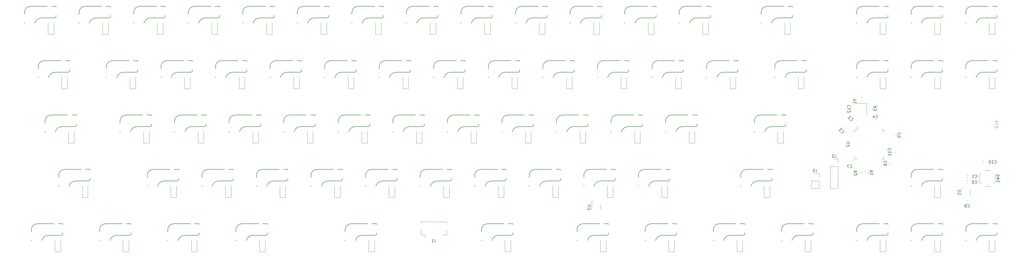
<source format=gbr>
%TF.GenerationSoftware,KiCad,Pcbnew,7.0.10*%
%TF.CreationDate,2024-04-20T21:15:11+02:00*%
%TF.ProjectId,cycle-7,6379636c-652d-4372-9e6b-696361645f70,rev?*%
%TF.SameCoordinates,Original*%
%TF.FileFunction,Legend,Bot*%
%TF.FilePolarity,Positive*%
%FSLAX46Y46*%
G04 Gerber Fmt 4.6, Leading zero omitted, Abs format (unit mm)*
G04 Created by KiCad (PCBNEW 7.0.10) date 2024-04-20 21:15:11*
%MOMM*%
%LPD*%
G01*
G04 APERTURE LIST*
%ADD10C,0.150000*%
%ADD11C,0.100000*%
%ADD12C,0.120000*%
G04 APERTURE END LIST*
D10*
X336254580Y-133707142D02*
X336302200Y-133659523D01*
X336302200Y-133659523D02*
X336349819Y-133516666D01*
X336349819Y-133516666D02*
X336349819Y-133421428D01*
X336349819Y-133421428D02*
X336302200Y-133278571D01*
X336302200Y-133278571D02*
X336206961Y-133183333D01*
X336206961Y-133183333D02*
X336111723Y-133135714D01*
X336111723Y-133135714D02*
X335921247Y-133088095D01*
X335921247Y-133088095D02*
X335778390Y-133088095D01*
X335778390Y-133088095D02*
X335587914Y-133135714D01*
X335587914Y-133135714D02*
X335492676Y-133183333D01*
X335492676Y-133183333D02*
X335397438Y-133278571D01*
X335397438Y-133278571D02*
X335349819Y-133421428D01*
X335349819Y-133421428D02*
X335349819Y-133516666D01*
X335349819Y-133516666D02*
X335397438Y-133659523D01*
X335397438Y-133659523D02*
X335445057Y-133707142D01*
X336349819Y-134659523D02*
X336349819Y-134088095D01*
X336349819Y-134373809D02*
X335349819Y-134373809D01*
X335349819Y-134373809D02*
X335492676Y-134278571D01*
X335492676Y-134278571D02*
X335587914Y-134183333D01*
X335587914Y-134183333D02*
X335635533Y-134088095D01*
X336349819Y-135611904D02*
X336349819Y-135040476D01*
X336349819Y-135326190D02*
X335349819Y-135326190D01*
X335349819Y-135326190D02*
X335492676Y-135230952D01*
X335492676Y-135230952D02*
X335587914Y-135135714D01*
X335587914Y-135135714D02*
X335635533Y-135040476D01*
X374232200Y-142241667D02*
X374279819Y-142384524D01*
X374279819Y-142384524D02*
X374279819Y-142622619D01*
X374279819Y-142622619D02*
X374232200Y-142717857D01*
X374232200Y-142717857D02*
X374184580Y-142765476D01*
X374184580Y-142765476D02*
X374089342Y-142813095D01*
X374089342Y-142813095D02*
X373994104Y-142813095D01*
X373994104Y-142813095D02*
X373898866Y-142765476D01*
X373898866Y-142765476D02*
X373851247Y-142717857D01*
X373851247Y-142717857D02*
X373803628Y-142622619D01*
X373803628Y-142622619D02*
X373756009Y-142432143D01*
X373756009Y-142432143D02*
X373708390Y-142336905D01*
X373708390Y-142336905D02*
X373660771Y-142289286D01*
X373660771Y-142289286D02*
X373565533Y-142241667D01*
X373565533Y-142241667D02*
X373470295Y-142241667D01*
X373470295Y-142241667D02*
X373375057Y-142289286D01*
X373375057Y-142289286D02*
X373327438Y-142336905D01*
X373327438Y-142336905D02*
X373279819Y-142432143D01*
X373279819Y-142432143D02*
X373279819Y-142670238D01*
X373279819Y-142670238D02*
X373327438Y-142813095D01*
X373279819Y-143146429D02*
X374279819Y-143384524D01*
X374279819Y-143384524D02*
X373565533Y-143575000D01*
X373565533Y-143575000D02*
X374279819Y-143765476D01*
X374279819Y-143765476D02*
X373279819Y-144003572D01*
X374279819Y-144908333D02*
X374279819Y-144336905D01*
X374279819Y-144622619D02*
X373279819Y-144622619D01*
X373279819Y-144622619D02*
X373422676Y-144527381D01*
X373422676Y-144527381D02*
X373517914Y-144432143D01*
X373517914Y-144432143D02*
X373565533Y-144336905D01*
X372567857Y-138134580D02*
X372615476Y-138182200D01*
X372615476Y-138182200D02*
X372758333Y-138229819D01*
X372758333Y-138229819D02*
X372853571Y-138229819D01*
X372853571Y-138229819D02*
X372996428Y-138182200D01*
X372996428Y-138182200D02*
X373091666Y-138086961D01*
X373091666Y-138086961D02*
X373139285Y-137991723D01*
X373139285Y-137991723D02*
X373186904Y-137801247D01*
X373186904Y-137801247D02*
X373186904Y-137658390D01*
X373186904Y-137658390D02*
X373139285Y-137467914D01*
X373139285Y-137467914D02*
X373091666Y-137372676D01*
X373091666Y-137372676D02*
X372996428Y-137277438D01*
X372996428Y-137277438D02*
X372853571Y-137229819D01*
X372853571Y-137229819D02*
X372758333Y-137229819D01*
X372758333Y-137229819D02*
X372615476Y-137277438D01*
X372615476Y-137277438D02*
X372567857Y-137325057D01*
X371615476Y-138229819D02*
X372186904Y-138229819D01*
X371901190Y-138229819D02*
X371901190Y-137229819D01*
X371901190Y-137229819D02*
X371996428Y-137372676D01*
X371996428Y-137372676D02*
X372091666Y-137467914D01*
X372091666Y-137467914D02*
X372186904Y-137515533D01*
X370996428Y-137229819D02*
X370901190Y-137229819D01*
X370901190Y-137229819D02*
X370805952Y-137277438D01*
X370805952Y-137277438D02*
X370758333Y-137325057D01*
X370758333Y-137325057D02*
X370710714Y-137420295D01*
X370710714Y-137420295D02*
X370663095Y-137610771D01*
X370663095Y-137610771D02*
X370663095Y-137848866D01*
X370663095Y-137848866D02*
X370710714Y-138039342D01*
X370710714Y-138039342D02*
X370758333Y-138134580D01*
X370758333Y-138134580D02*
X370805952Y-138182200D01*
X370805952Y-138182200D02*
X370901190Y-138229819D01*
X370901190Y-138229819D02*
X370996428Y-138229819D01*
X370996428Y-138229819D02*
X371091666Y-138182200D01*
X371091666Y-138182200D02*
X371139285Y-138134580D01*
X371139285Y-138134580D02*
X371186904Y-138039342D01*
X371186904Y-138039342D02*
X371234523Y-137848866D01*
X371234523Y-137848866D02*
X371234523Y-137610771D01*
X371234523Y-137610771D02*
X371186904Y-137420295D01*
X371186904Y-137420295D02*
X371139285Y-137325057D01*
X371139285Y-137325057D02*
X371091666Y-137277438D01*
X371091666Y-137277438D02*
X370996428Y-137229819D01*
X316908333Y-135199819D02*
X316908333Y-135914104D01*
X316908333Y-135914104D02*
X316955952Y-136056961D01*
X316955952Y-136056961D02*
X317051190Y-136152200D01*
X317051190Y-136152200D02*
X317194047Y-136199819D01*
X317194047Y-136199819D02*
X317289285Y-136199819D01*
X316479761Y-135295057D02*
X316432142Y-135247438D01*
X316432142Y-135247438D02*
X316336904Y-135199819D01*
X316336904Y-135199819D02*
X316098809Y-135199819D01*
X316098809Y-135199819D02*
X316003571Y-135247438D01*
X316003571Y-135247438D02*
X315955952Y-135295057D01*
X315955952Y-135295057D02*
X315908333Y-135390295D01*
X315908333Y-135390295D02*
X315908333Y-135485533D01*
X315908333Y-135485533D02*
X315955952Y-135628390D01*
X315955952Y-135628390D02*
X316527380Y-136199819D01*
X316527380Y-136199819D02*
X315908333Y-136199819D01*
X230529819Y-152913095D02*
X231339342Y-152913095D01*
X231339342Y-152913095D02*
X231434580Y-152960714D01*
X231434580Y-152960714D02*
X231482200Y-153008333D01*
X231482200Y-153008333D02*
X231529819Y-153103571D01*
X231529819Y-153103571D02*
X231529819Y-153294047D01*
X231529819Y-153294047D02*
X231482200Y-153389285D01*
X231482200Y-153389285D02*
X231434580Y-153436904D01*
X231434580Y-153436904D02*
X231339342Y-153484523D01*
X231339342Y-153484523D02*
X230529819Y-153484523D01*
X230529819Y-153865476D02*
X230529819Y-154484523D01*
X230529819Y-154484523D02*
X230910771Y-154151190D01*
X230910771Y-154151190D02*
X230910771Y-154294047D01*
X230910771Y-154294047D02*
X230958390Y-154389285D01*
X230958390Y-154389285D02*
X231006009Y-154436904D01*
X231006009Y-154436904D02*
X231101247Y-154484523D01*
X231101247Y-154484523D02*
X231339342Y-154484523D01*
X231339342Y-154484523D02*
X231434580Y-154436904D01*
X231434580Y-154436904D02*
X231482200Y-154389285D01*
X231482200Y-154389285D02*
X231529819Y-154294047D01*
X231529819Y-154294047D02*
X231529819Y-154008333D01*
X231529819Y-154008333D02*
X231482200Y-153913095D01*
X231482200Y-153913095D02*
X231434580Y-153865476D01*
X330129819Y-141358333D02*
X329653628Y-141025000D01*
X330129819Y-140786905D02*
X329129819Y-140786905D01*
X329129819Y-140786905D02*
X329129819Y-141167857D01*
X329129819Y-141167857D02*
X329177438Y-141263095D01*
X329177438Y-141263095D02*
X329225057Y-141310714D01*
X329225057Y-141310714D02*
X329320295Y-141358333D01*
X329320295Y-141358333D02*
X329463152Y-141358333D01*
X329463152Y-141358333D02*
X329558390Y-141310714D01*
X329558390Y-141310714D02*
X329606009Y-141263095D01*
X329606009Y-141263095D02*
X329653628Y-141167857D01*
X329653628Y-141167857D02*
X329653628Y-140786905D01*
X330129819Y-142310714D02*
X330129819Y-141739286D01*
X330129819Y-142025000D02*
X329129819Y-142025000D01*
X329129819Y-142025000D02*
X329272676Y-141929762D01*
X329272676Y-141929762D02*
X329367914Y-141834524D01*
X329367914Y-141834524D02*
X329415533Y-141739286D01*
X365791666Y-145284580D02*
X365839285Y-145332200D01*
X365839285Y-145332200D02*
X365982142Y-145379819D01*
X365982142Y-145379819D02*
X366077380Y-145379819D01*
X366077380Y-145379819D02*
X366220237Y-145332200D01*
X366220237Y-145332200D02*
X366315475Y-145236961D01*
X366315475Y-145236961D02*
X366363094Y-145141723D01*
X366363094Y-145141723D02*
X366410713Y-144951247D01*
X366410713Y-144951247D02*
X366410713Y-144808390D01*
X366410713Y-144808390D02*
X366363094Y-144617914D01*
X366363094Y-144617914D02*
X366315475Y-144522676D01*
X366315475Y-144522676D02*
X366220237Y-144427438D01*
X366220237Y-144427438D02*
X366077380Y-144379819D01*
X366077380Y-144379819D02*
X365982142Y-144379819D01*
X365982142Y-144379819D02*
X365839285Y-144427438D01*
X365839285Y-144427438D02*
X365791666Y-144475057D01*
X365315475Y-145379819D02*
X365124999Y-145379819D01*
X365124999Y-145379819D02*
X365029761Y-145332200D01*
X365029761Y-145332200D02*
X364982142Y-145284580D01*
X364982142Y-145284580D02*
X364886904Y-145141723D01*
X364886904Y-145141723D02*
X364839285Y-144951247D01*
X364839285Y-144951247D02*
X364839285Y-144570295D01*
X364839285Y-144570295D02*
X364886904Y-144475057D01*
X364886904Y-144475057D02*
X364934523Y-144427438D01*
X364934523Y-144427438D02*
X365029761Y-144379819D01*
X365029761Y-144379819D02*
X365220237Y-144379819D01*
X365220237Y-144379819D02*
X365315475Y-144427438D01*
X365315475Y-144427438D02*
X365363094Y-144475057D01*
X365363094Y-144475057D02*
X365410713Y-144570295D01*
X365410713Y-144570295D02*
X365410713Y-144808390D01*
X365410713Y-144808390D02*
X365363094Y-144903628D01*
X365363094Y-144903628D02*
X365315475Y-144951247D01*
X365315475Y-144951247D02*
X365220237Y-144998866D01*
X365220237Y-144998866D02*
X365029761Y-144998866D01*
X365029761Y-144998866D02*
X364934523Y-144951247D01*
X364934523Y-144951247D02*
X364886904Y-144903628D01*
X364886904Y-144903628D02*
X364839285Y-144808390D01*
X359579819Y-147713095D02*
X360389342Y-147713095D01*
X360389342Y-147713095D02*
X360484580Y-147760714D01*
X360484580Y-147760714D02*
X360532200Y-147808333D01*
X360532200Y-147808333D02*
X360579819Y-147903571D01*
X360579819Y-147903571D02*
X360579819Y-148094047D01*
X360579819Y-148094047D02*
X360532200Y-148189285D01*
X360532200Y-148189285D02*
X360484580Y-148236904D01*
X360484580Y-148236904D02*
X360389342Y-148284523D01*
X360389342Y-148284523D02*
X359579819Y-148284523D01*
X360579819Y-149284523D02*
X360579819Y-148713095D01*
X360579819Y-148998809D02*
X359579819Y-148998809D01*
X359579819Y-148998809D02*
X359722676Y-148903571D01*
X359722676Y-148903571D02*
X359817914Y-148808333D01*
X359817914Y-148808333D02*
X359865533Y-148713095D01*
X322116666Y-139734580D02*
X322164285Y-139782200D01*
X322164285Y-139782200D02*
X322307142Y-139829819D01*
X322307142Y-139829819D02*
X322402380Y-139829819D01*
X322402380Y-139829819D02*
X322545237Y-139782200D01*
X322545237Y-139782200D02*
X322640475Y-139686961D01*
X322640475Y-139686961D02*
X322688094Y-139591723D01*
X322688094Y-139591723D02*
X322735713Y-139401247D01*
X322735713Y-139401247D02*
X322735713Y-139258390D01*
X322735713Y-139258390D02*
X322688094Y-139067914D01*
X322688094Y-139067914D02*
X322640475Y-138972676D01*
X322640475Y-138972676D02*
X322545237Y-138877438D01*
X322545237Y-138877438D02*
X322402380Y-138829819D01*
X322402380Y-138829819D02*
X322307142Y-138829819D01*
X322307142Y-138829819D02*
X322164285Y-138877438D01*
X322164285Y-138877438D02*
X322116666Y-138925057D01*
X321783332Y-138829819D02*
X321116666Y-138829819D01*
X321116666Y-138829819D02*
X321545237Y-139829819D01*
X322163588Y-122922112D02*
X322163588Y-122989456D01*
X322163588Y-122989456D02*
X322230932Y-123124143D01*
X322230932Y-123124143D02*
X322298275Y-123191486D01*
X322298275Y-123191486D02*
X322432962Y-123258830D01*
X322432962Y-123258830D02*
X322567649Y-123258830D01*
X322567649Y-123258830D02*
X322668664Y-123225158D01*
X322668664Y-123225158D02*
X322837023Y-123124143D01*
X322837023Y-123124143D02*
X322938038Y-123023128D01*
X322938038Y-123023128D02*
X323039054Y-122854769D01*
X323039054Y-122854769D02*
X323072725Y-122753754D01*
X323072725Y-122753754D02*
X323072725Y-122619067D01*
X323072725Y-122619067D02*
X323005382Y-122484380D01*
X323005382Y-122484380D02*
X322938038Y-122417036D01*
X322938038Y-122417036D02*
X322803351Y-122349693D01*
X322803351Y-122349693D02*
X322736008Y-122349693D01*
X322466634Y-122080319D02*
X322466634Y-122012975D01*
X322466634Y-122012975D02*
X322432962Y-121911960D01*
X322432962Y-121911960D02*
X322264603Y-121743601D01*
X322264603Y-121743601D02*
X322163588Y-121709929D01*
X322163588Y-121709929D02*
X322096245Y-121709929D01*
X322096245Y-121709929D02*
X321995229Y-121743601D01*
X321995229Y-121743601D02*
X321927886Y-121810945D01*
X321927886Y-121810945D02*
X321860542Y-121945632D01*
X321860542Y-121945632D02*
X321860542Y-122753754D01*
X321860542Y-122753754D02*
X321422810Y-122316021D01*
X331091666Y-122254580D02*
X331139285Y-122302200D01*
X331139285Y-122302200D02*
X331282142Y-122349819D01*
X331282142Y-122349819D02*
X331377380Y-122349819D01*
X331377380Y-122349819D02*
X331520237Y-122302200D01*
X331520237Y-122302200D02*
X331615475Y-122206961D01*
X331615475Y-122206961D02*
X331663094Y-122111723D01*
X331663094Y-122111723D02*
X331710713Y-121921247D01*
X331710713Y-121921247D02*
X331710713Y-121778390D01*
X331710713Y-121778390D02*
X331663094Y-121587914D01*
X331663094Y-121587914D02*
X331615475Y-121492676D01*
X331615475Y-121492676D02*
X331520237Y-121397438D01*
X331520237Y-121397438D02*
X331377380Y-121349819D01*
X331377380Y-121349819D02*
X331282142Y-121349819D01*
X331282142Y-121349819D02*
X331139285Y-121397438D01*
X331139285Y-121397438D02*
X331091666Y-121445057D01*
X330234523Y-121683152D02*
X330234523Y-122349819D01*
X330472618Y-121302200D02*
X330710713Y-122016485D01*
X330710713Y-122016485D02*
X330091666Y-122016485D01*
X322129580Y-118532142D02*
X322177200Y-118484523D01*
X322177200Y-118484523D02*
X322224819Y-118341666D01*
X322224819Y-118341666D02*
X322224819Y-118246428D01*
X322224819Y-118246428D02*
X322177200Y-118103571D01*
X322177200Y-118103571D02*
X322081961Y-118008333D01*
X322081961Y-118008333D02*
X321986723Y-117960714D01*
X321986723Y-117960714D02*
X321796247Y-117913095D01*
X321796247Y-117913095D02*
X321653390Y-117913095D01*
X321653390Y-117913095D02*
X321462914Y-117960714D01*
X321462914Y-117960714D02*
X321367676Y-118008333D01*
X321367676Y-118008333D02*
X321272438Y-118103571D01*
X321272438Y-118103571D02*
X321224819Y-118246428D01*
X321224819Y-118246428D02*
X321224819Y-118341666D01*
X321224819Y-118341666D02*
X321272438Y-118484523D01*
X321272438Y-118484523D02*
X321320057Y-118532142D01*
X322224819Y-119484523D02*
X322224819Y-118913095D01*
X322224819Y-119198809D02*
X321224819Y-119198809D01*
X321224819Y-119198809D02*
X321367676Y-119103571D01*
X321367676Y-119103571D02*
X321462914Y-119008333D01*
X321462914Y-119008333D02*
X321510533Y-118913095D01*
X321320057Y-119865476D02*
X321272438Y-119913095D01*
X321272438Y-119913095D02*
X321224819Y-120008333D01*
X321224819Y-120008333D02*
X321224819Y-120246428D01*
X321224819Y-120246428D02*
X321272438Y-120341666D01*
X321272438Y-120341666D02*
X321320057Y-120389285D01*
X321320057Y-120389285D02*
X321415295Y-120436904D01*
X321415295Y-120436904D02*
X321510533Y-120436904D01*
X321510533Y-120436904D02*
X321653390Y-120389285D01*
X321653390Y-120389285D02*
X322224819Y-119817857D01*
X322224819Y-119817857D02*
X322224819Y-120436904D01*
X319013588Y-127297111D02*
X319013588Y-127364455D01*
X319013588Y-127364455D02*
X319080932Y-127499142D01*
X319080932Y-127499142D02*
X319148275Y-127566485D01*
X319148275Y-127566485D02*
X319282962Y-127633829D01*
X319282962Y-127633829D02*
X319417649Y-127633829D01*
X319417649Y-127633829D02*
X319518664Y-127600157D01*
X319518664Y-127600157D02*
X319687023Y-127499142D01*
X319687023Y-127499142D02*
X319788038Y-127398127D01*
X319788038Y-127398127D02*
X319889054Y-127229768D01*
X319889054Y-127229768D02*
X319922725Y-127128753D01*
X319922725Y-127128753D02*
X319922725Y-126994066D01*
X319922725Y-126994066D02*
X319855382Y-126859379D01*
X319855382Y-126859379D02*
X319788038Y-126792035D01*
X319788038Y-126792035D02*
X319653351Y-126724692D01*
X319653351Y-126724692D02*
X319586008Y-126724692D01*
X319417649Y-126421646D02*
X318979916Y-125983913D01*
X318979916Y-125983913D02*
X318946245Y-126488989D01*
X318946245Y-126488989D02*
X318845229Y-126387974D01*
X318845229Y-126387974D02*
X318744214Y-126354302D01*
X318744214Y-126354302D02*
X318676871Y-126354302D01*
X318676871Y-126354302D02*
X318575855Y-126387974D01*
X318575855Y-126387974D02*
X318407497Y-126556333D01*
X318407497Y-126556333D02*
X318373825Y-126657348D01*
X318373825Y-126657348D02*
X318373825Y-126724692D01*
X318373825Y-126724692D02*
X318407497Y-126825707D01*
X318407497Y-126825707D02*
X318609527Y-127027737D01*
X318609527Y-127027737D02*
X318710542Y-127061409D01*
X318710542Y-127061409D02*
X318777886Y-127061409D01*
X331429819Y-118808333D02*
X330953628Y-118475000D01*
X331429819Y-118236905D02*
X330429819Y-118236905D01*
X330429819Y-118236905D02*
X330429819Y-118617857D01*
X330429819Y-118617857D02*
X330477438Y-118713095D01*
X330477438Y-118713095D02*
X330525057Y-118760714D01*
X330525057Y-118760714D02*
X330620295Y-118808333D01*
X330620295Y-118808333D02*
X330763152Y-118808333D01*
X330763152Y-118808333D02*
X330858390Y-118760714D01*
X330858390Y-118760714D02*
X330906009Y-118713095D01*
X330906009Y-118713095D02*
X330953628Y-118617857D01*
X330953628Y-118617857D02*
X330953628Y-118236905D01*
X330429819Y-119141667D02*
X330429819Y-119760714D01*
X330429819Y-119760714D02*
X330810771Y-119427381D01*
X330810771Y-119427381D02*
X330810771Y-119570238D01*
X330810771Y-119570238D02*
X330858390Y-119665476D01*
X330858390Y-119665476D02*
X330906009Y-119713095D01*
X330906009Y-119713095D02*
X331001247Y-119760714D01*
X331001247Y-119760714D02*
X331239342Y-119760714D01*
X331239342Y-119760714D02*
X331334580Y-119713095D01*
X331334580Y-119713095D02*
X331382200Y-119665476D01*
X331382200Y-119665476D02*
X331429819Y-119570238D01*
X331429819Y-119570238D02*
X331429819Y-119284524D01*
X331429819Y-119284524D02*
X331382200Y-119189286D01*
X331382200Y-119189286D02*
X331334580Y-119141667D01*
X339664580Y-128208333D02*
X339712200Y-128160714D01*
X339712200Y-128160714D02*
X339759819Y-128017857D01*
X339759819Y-128017857D02*
X339759819Y-127922619D01*
X339759819Y-127922619D02*
X339712200Y-127779762D01*
X339712200Y-127779762D02*
X339616961Y-127684524D01*
X339616961Y-127684524D02*
X339521723Y-127636905D01*
X339521723Y-127636905D02*
X339331247Y-127589286D01*
X339331247Y-127589286D02*
X339188390Y-127589286D01*
X339188390Y-127589286D02*
X338997914Y-127636905D01*
X338997914Y-127636905D02*
X338902676Y-127684524D01*
X338902676Y-127684524D02*
X338807438Y-127779762D01*
X338807438Y-127779762D02*
X338759819Y-127922619D01*
X338759819Y-127922619D02*
X338759819Y-128017857D01*
X338759819Y-128017857D02*
X338807438Y-128160714D01*
X338807438Y-128160714D02*
X338855057Y-128208333D01*
X338759819Y-129113095D02*
X338759819Y-128636905D01*
X338759819Y-128636905D02*
X339236009Y-128589286D01*
X339236009Y-128589286D02*
X339188390Y-128636905D01*
X339188390Y-128636905D02*
X339140771Y-128732143D01*
X339140771Y-128732143D02*
X339140771Y-128970238D01*
X339140771Y-128970238D02*
X339188390Y-129065476D01*
X339188390Y-129065476D02*
X339236009Y-129113095D01*
X339236009Y-129113095D02*
X339331247Y-129160714D01*
X339331247Y-129160714D02*
X339569342Y-129160714D01*
X339569342Y-129160714D02*
X339664580Y-129113095D01*
X339664580Y-129113095D02*
X339712200Y-129065476D01*
X339712200Y-129065476D02*
X339759819Y-128970238D01*
X339759819Y-128970238D02*
X339759819Y-128732143D01*
X339759819Y-128732143D02*
X339712200Y-128636905D01*
X339712200Y-128636905D02*
X339664580Y-128589286D01*
D11*
X372692580Y-125789285D02*
X373692580Y-125789285D01*
X373692580Y-125789285D02*
X373692580Y-125551190D01*
X373692580Y-125551190D02*
X373644961Y-125408333D01*
X373644961Y-125408333D02*
X373549723Y-125313095D01*
X373549723Y-125313095D02*
X373454485Y-125265476D01*
X373454485Y-125265476D02*
X373264009Y-125217857D01*
X373264009Y-125217857D02*
X373121152Y-125217857D01*
X373121152Y-125217857D02*
X372930676Y-125265476D01*
X372930676Y-125265476D02*
X372835438Y-125313095D01*
X372835438Y-125313095D02*
X372740200Y-125408333D01*
X372740200Y-125408333D02*
X372692580Y-125551190D01*
X372692580Y-125551190D02*
X372692580Y-125789285D01*
X373692580Y-124884523D02*
X373692580Y-124217857D01*
X373692580Y-124217857D02*
X372692580Y-124646428D01*
X373359247Y-123408333D02*
X372692580Y-123408333D01*
X373740200Y-123646428D02*
X373025914Y-123884523D01*
X373025914Y-123884523D02*
X373025914Y-123265476D01*
D10*
X177113333Y-164839819D02*
X177113333Y-165554104D01*
X177113333Y-165554104D02*
X177160952Y-165696961D01*
X177160952Y-165696961D02*
X177256190Y-165792200D01*
X177256190Y-165792200D02*
X177399047Y-165839819D01*
X177399047Y-165839819D02*
X177494285Y-165839819D01*
X176113333Y-165839819D02*
X176684761Y-165839819D01*
X176399047Y-165839819D02*
X176399047Y-164839819D01*
X176399047Y-164839819D02*
X176494285Y-164982676D01*
X176494285Y-164982676D02*
X176589523Y-165077914D01*
X176589523Y-165077914D02*
X176684761Y-165125533D01*
X323778628Y-116073809D02*
X324254819Y-116073809D01*
X323254819Y-115740476D02*
X323778628Y-116073809D01*
X323778628Y-116073809D02*
X323254819Y-116407142D01*
X324254819Y-117264285D02*
X324254819Y-116692857D01*
X324254819Y-116978571D02*
X323254819Y-116978571D01*
X323254819Y-116978571D02*
X323397676Y-116883333D01*
X323397676Y-116883333D02*
X323492914Y-116788095D01*
X323492914Y-116788095D02*
X323540533Y-116692857D01*
X320862407Y-130826953D02*
X321671930Y-130826953D01*
X321671930Y-130826953D02*
X321767168Y-130874572D01*
X321767168Y-130874572D02*
X321814788Y-130922191D01*
X321814788Y-130922191D02*
X321862407Y-131017429D01*
X321862407Y-131017429D02*
X321862407Y-131207905D01*
X321862407Y-131207905D02*
X321814788Y-131303143D01*
X321814788Y-131303143D02*
X321767168Y-131350762D01*
X321767168Y-131350762D02*
X321671930Y-131398381D01*
X321671930Y-131398381D02*
X320862407Y-131398381D01*
X320957645Y-131826953D02*
X320910026Y-131874572D01*
X320910026Y-131874572D02*
X320862407Y-131969810D01*
X320862407Y-131969810D02*
X320862407Y-132207905D01*
X320862407Y-132207905D02*
X320910026Y-132303143D01*
X320910026Y-132303143D02*
X320957645Y-132350762D01*
X320957645Y-132350762D02*
X321052883Y-132398381D01*
X321052883Y-132398381D02*
X321148121Y-132398381D01*
X321148121Y-132398381D02*
X321290978Y-132350762D01*
X321290978Y-132350762D02*
X321862407Y-131779334D01*
X321862407Y-131779334D02*
X321862407Y-132398381D01*
X365791666Y-143184580D02*
X365839285Y-143232200D01*
X365839285Y-143232200D02*
X365982142Y-143279819D01*
X365982142Y-143279819D02*
X366077380Y-143279819D01*
X366077380Y-143279819D02*
X366220237Y-143232200D01*
X366220237Y-143232200D02*
X366315475Y-143136961D01*
X366315475Y-143136961D02*
X366363094Y-143041723D01*
X366363094Y-143041723D02*
X366410713Y-142851247D01*
X366410713Y-142851247D02*
X366410713Y-142708390D01*
X366410713Y-142708390D02*
X366363094Y-142517914D01*
X366363094Y-142517914D02*
X366315475Y-142422676D01*
X366315475Y-142422676D02*
X366220237Y-142327438D01*
X366220237Y-142327438D02*
X366077380Y-142279819D01*
X366077380Y-142279819D02*
X365982142Y-142279819D01*
X365982142Y-142279819D02*
X365839285Y-142327438D01*
X365839285Y-142327438D02*
X365791666Y-142375057D01*
X364839285Y-143279819D02*
X365410713Y-143279819D01*
X365124999Y-143279819D02*
X365124999Y-142279819D01*
X365124999Y-142279819D02*
X365220237Y-142422676D01*
X365220237Y-142422676D02*
X365315475Y-142517914D01*
X365315475Y-142517914D02*
X365410713Y-142565533D01*
X324554819Y-141508333D02*
X324078628Y-141175000D01*
X324554819Y-140936905D02*
X323554819Y-140936905D01*
X323554819Y-140936905D02*
X323554819Y-141317857D01*
X323554819Y-141317857D02*
X323602438Y-141413095D01*
X323602438Y-141413095D02*
X323650057Y-141460714D01*
X323650057Y-141460714D02*
X323745295Y-141508333D01*
X323745295Y-141508333D02*
X323888152Y-141508333D01*
X323888152Y-141508333D02*
X323983390Y-141460714D01*
X323983390Y-141460714D02*
X324031009Y-141413095D01*
X324031009Y-141413095D02*
X324078628Y-141317857D01*
X324078628Y-141317857D02*
X324078628Y-140936905D01*
X323650057Y-141889286D02*
X323602438Y-141936905D01*
X323602438Y-141936905D02*
X323554819Y-142032143D01*
X323554819Y-142032143D02*
X323554819Y-142270238D01*
X323554819Y-142270238D02*
X323602438Y-142365476D01*
X323602438Y-142365476D02*
X323650057Y-142413095D01*
X323650057Y-142413095D02*
X323745295Y-142460714D01*
X323745295Y-142460714D02*
X323840533Y-142460714D01*
X323840533Y-142460714D02*
X323983390Y-142413095D01*
X323983390Y-142413095D02*
X324554819Y-141841667D01*
X324554819Y-141841667D02*
X324554819Y-142460714D01*
X310308333Y-140299819D02*
X310308333Y-141014104D01*
X310308333Y-141014104D02*
X310355952Y-141156961D01*
X310355952Y-141156961D02*
X310451190Y-141252200D01*
X310451190Y-141252200D02*
X310594047Y-141299819D01*
X310594047Y-141299819D02*
X310689285Y-141299819D01*
X309927380Y-140299819D02*
X309308333Y-140299819D01*
X309308333Y-140299819D02*
X309641666Y-140680771D01*
X309641666Y-140680771D02*
X309498809Y-140680771D01*
X309498809Y-140680771D02*
X309403571Y-140728390D01*
X309403571Y-140728390D02*
X309355952Y-140776009D01*
X309355952Y-140776009D02*
X309308333Y-140871247D01*
X309308333Y-140871247D02*
X309308333Y-141109342D01*
X309308333Y-141109342D02*
X309355952Y-141204580D01*
X309355952Y-141204580D02*
X309403571Y-141252200D01*
X309403571Y-141252200D02*
X309498809Y-141299819D01*
X309498809Y-141299819D02*
X309784523Y-141299819D01*
X309784523Y-141299819D02*
X309879761Y-141252200D01*
X309879761Y-141252200D02*
X309927380Y-141204580D01*
X334829580Y-138108333D02*
X334877200Y-138060714D01*
X334877200Y-138060714D02*
X334924819Y-137917857D01*
X334924819Y-137917857D02*
X334924819Y-137822619D01*
X334924819Y-137822619D02*
X334877200Y-137679762D01*
X334877200Y-137679762D02*
X334781961Y-137584524D01*
X334781961Y-137584524D02*
X334686723Y-137536905D01*
X334686723Y-137536905D02*
X334496247Y-137489286D01*
X334496247Y-137489286D02*
X334353390Y-137489286D01*
X334353390Y-137489286D02*
X334162914Y-137536905D01*
X334162914Y-137536905D02*
X334067676Y-137584524D01*
X334067676Y-137584524D02*
X333972438Y-137679762D01*
X333972438Y-137679762D02*
X333924819Y-137822619D01*
X333924819Y-137822619D02*
X333924819Y-137917857D01*
X333924819Y-137917857D02*
X333972438Y-138060714D01*
X333972438Y-138060714D02*
X334020057Y-138108333D01*
X333924819Y-138965476D02*
X333924819Y-138775000D01*
X333924819Y-138775000D02*
X333972438Y-138679762D01*
X333972438Y-138679762D02*
X334020057Y-138632143D01*
X334020057Y-138632143D02*
X334162914Y-138536905D01*
X334162914Y-138536905D02*
X334353390Y-138489286D01*
X334353390Y-138489286D02*
X334734342Y-138489286D01*
X334734342Y-138489286D02*
X334829580Y-138536905D01*
X334829580Y-138536905D02*
X334877200Y-138584524D01*
X334877200Y-138584524D02*
X334924819Y-138679762D01*
X334924819Y-138679762D02*
X334924819Y-138870238D01*
X334924819Y-138870238D02*
X334877200Y-138965476D01*
X334877200Y-138965476D02*
X334829580Y-139013095D01*
X334829580Y-139013095D02*
X334734342Y-139060714D01*
X334734342Y-139060714D02*
X334496247Y-139060714D01*
X334496247Y-139060714D02*
X334401009Y-139013095D01*
X334401009Y-139013095D02*
X334353390Y-138965476D01*
X334353390Y-138965476D02*
X334305771Y-138870238D01*
X334305771Y-138870238D02*
X334305771Y-138679762D01*
X334305771Y-138679762D02*
X334353390Y-138584524D01*
X334353390Y-138584524D02*
X334401009Y-138536905D01*
X334401009Y-138536905D02*
X334496247Y-138489286D01*
X363141666Y-153564580D02*
X363189285Y-153612200D01*
X363189285Y-153612200D02*
X363332142Y-153659819D01*
X363332142Y-153659819D02*
X363427380Y-153659819D01*
X363427380Y-153659819D02*
X363570237Y-153612200D01*
X363570237Y-153612200D02*
X363665475Y-153516961D01*
X363665475Y-153516961D02*
X363713094Y-153421723D01*
X363713094Y-153421723D02*
X363760713Y-153231247D01*
X363760713Y-153231247D02*
X363760713Y-153088390D01*
X363760713Y-153088390D02*
X363713094Y-152897914D01*
X363713094Y-152897914D02*
X363665475Y-152802676D01*
X363665475Y-152802676D02*
X363570237Y-152707438D01*
X363570237Y-152707438D02*
X363427380Y-152659819D01*
X363427380Y-152659819D02*
X363332142Y-152659819D01*
X363332142Y-152659819D02*
X363189285Y-152707438D01*
X363189285Y-152707438D02*
X363141666Y-152755057D01*
X362570237Y-153088390D02*
X362665475Y-153040771D01*
X362665475Y-153040771D02*
X362713094Y-152993152D01*
X362713094Y-152993152D02*
X362760713Y-152897914D01*
X362760713Y-152897914D02*
X362760713Y-152850295D01*
X362760713Y-152850295D02*
X362713094Y-152755057D01*
X362713094Y-152755057D02*
X362665475Y-152707438D01*
X362665475Y-152707438D02*
X362570237Y-152659819D01*
X362570237Y-152659819D02*
X362379761Y-152659819D01*
X362379761Y-152659819D02*
X362284523Y-152707438D01*
X362284523Y-152707438D02*
X362236904Y-152755057D01*
X362236904Y-152755057D02*
X362189285Y-152850295D01*
X362189285Y-152850295D02*
X362189285Y-152897914D01*
X362189285Y-152897914D02*
X362236904Y-152993152D01*
X362236904Y-152993152D02*
X362284523Y-153040771D01*
X362284523Y-153040771D02*
X362379761Y-153088390D01*
X362379761Y-153088390D02*
X362570237Y-153088390D01*
X362570237Y-153088390D02*
X362665475Y-153136009D01*
X362665475Y-153136009D02*
X362713094Y-153183628D01*
X362713094Y-153183628D02*
X362760713Y-153278866D01*
X362760713Y-153278866D02*
X362760713Y-153469342D01*
X362760713Y-153469342D02*
X362713094Y-153564580D01*
X362713094Y-153564580D02*
X362665475Y-153612200D01*
X362665475Y-153612200D02*
X362570237Y-153659819D01*
X362570237Y-153659819D02*
X362379761Y-153659819D01*
X362379761Y-153659819D02*
X362284523Y-153612200D01*
X362284523Y-153612200D02*
X362236904Y-153564580D01*
X362236904Y-153564580D02*
X362189285Y-153469342D01*
X362189285Y-153469342D02*
X362189285Y-153278866D01*
X362189285Y-153278866D02*
X362236904Y-153183628D01*
X362236904Y-153183628D02*
X362284523Y-153136009D01*
X362284523Y-153136009D02*
X362379761Y-153088390D01*
%TO.C,MX15*%
X335377324Y-86329780D02*
X335377324Y-86799780D01*
X335377324Y-83249780D02*
X335377324Y-83479780D01*
X334877324Y-87299780D02*
X330312500Y-87299780D01*
X333827324Y-83249780D02*
X335377324Y-83249780D01*
X326427324Y-83249780D02*
X332327324Y-83249780D01*
X324427324Y-88899780D02*
X324427324Y-89139780D01*
X324427324Y-86049780D02*
X324427324Y-85249780D01*
X334877324Y-87299780D02*
G75*
G03*
X335377324Y-86799780I-1J500001D01*
G01*
X330312500Y-87299781D02*
G75*
G03*
X328018179Y-89139780I-866J-2349331D01*
G01*
X326427324Y-83249780D02*
G75*
G03*
X324427324Y-85249780I4J-2000004D01*
G01*
%TO.C,MX22*%
X130589824Y-105379780D02*
X130589824Y-105849780D01*
X130589824Y-102299780D02*
X130589824Y-102529780D01*
X130089824Y-106349780D02*
X125525000Y-106349780D01*
X129039824Y-102299780D02*
X130589824Y-102299780D01*
X121639824Y-102299780D02*
X127539824Y-102299780D01*
X119639824Y-107949780D02*
X119639824Y-108189780D01*
X119639824Y-105099780D02*
X119639824Y-104299780D01*
X130089824Y-106349780D02*
G75*
G03*
X130589824Y-105849780I-1J500001D01*
G01*
X125525000Y-106349781D02*
G75*
G03*
X123230679Y-108189780I-866J-2349331D01*
G01*
X121639824Y-102299780D02*
G75*
G03*
X119639824Y-104299780I4J-2000004D01*
G01*
D12*
%TO.C,D64*%
X115913750Y-169225000D02*
X115913750Y-165215000D01*
X117913750Y-169225000D02*
X115913750Y-169225000D01*
X117913750Y-169225000D02*
X117913750Y-165215000D01*
D10*
%TO.C,MX18*%
X49627324Y-105379780D02*
X49627324Y-105849780D01*
X49627324Y-102299780D02*
X49627324Y-102529780D01*
X49127324Y-106349780D02*
X44562500Y-106349780D01*
X48077324Y-102299780D02*
X49627324Y-102299780D01*
X40677324Y-102299780D02*
X46577324Y-102299780D01*
X38677324Y-107949780D02*
X38677324Y-108189780D01*
X38677324Y-105099780D02*
X38677324Y-104299780D01*
X49127324Y-106349780D02*
G75*
G03*
X49627324Y-105849780I-1J500001D01*
G01*
X44562500Y-106349781D02*
G75*
G03*
X42268179Y-108189780I-866J-2349331D01*
G01*
X40677324Y-102299780D02*
G75*
G03*
X38677324Y-104299780I4J-2000004D01*
G01*
D12*
%TO.C,D17*%
X370707500Y-93025000D02*
X370707500Y-89015000D01*
X372707500Y-93025000D02*
X370707500Y-93025000D01*
X372707500Y-93025000D02*
X372707500Y-89015000D01*
%TO.C,C11*%
X337835000Y-134209420D02*
X337835000Y-134490580D01*
X336815000Y-134209420D02*
X336815000Y-134490580D01*
%TO.C,D70*%
X306413750Y-169225000D02*
X306413750Y-165215000D01*
X308413750Y-169225000D02*
X306413750Y-169225000D01*
X308413750Y-169225000D02*
X308413750Y-165215000D01*
%TO.C,SW1*%
X371075000Y-146325000D02*
X369075000Y-146325000D01*
X367775000Y-145275000D02*
X367325000Y-144825000D01*
X372375000Y-145275000D02*
X372825000Y-144825000D01*
X367325000Y-144825000D02*
X367325000Y-142325000D01*
X372825000Y-144825000D02*
X372825000Y-142325000D01*
X367775000Y-141875000D02*
X367325000Y-142325000D01*
X372375000Y-141875000D02*
X372825000Y-142325000D01*
X371075000Y-140825000D02*
X369075000Y-140825000D01*
D10*
%TO.C,MX3*%
X82964824Y-86329780D02*
X82964824Y-86799780D01*
X82964824Y-83249780D02*
X82964824Y-83479780D01*
X82464824Y-87299780D02*
X77900000Y-87299780D01*
X81414824Y-83249780D02*
X82964824Y-83249780D01*
X74014824Y-83249780D02*
X79914824Y-83249780D01*
X72014824Y-88899780D02*
X72014824Y-89139780D01*
X72014824Y-86049780D02*
X72014824Y-85249780D01*
X82464824Y-87299780D02*
G75*
G03*
X82964824Y-86799780I-1J500001D01*
G01*
X77900000Y-87299781D02*
G75*
G03*
X75605679Y-89139780I-866J-2349331D01*
G01*
X74014824Y-83249780D02*
G75*
G03*
X72014824Y-85249780I4J-2000004D01*
G01*
D12*
%TO.C,D40*%
X151632500Y-131125000D02*
X151632500Y-127115000D01*
X153632500Y-131125000D02*
X151632500Y-131125000D01*
X153632500Y-131125000D02*
X153632500Y-127115000D01*
%TO.C,C10*%
X368534420Y-137265000D02*
X368815580Y-137265000D01*
X368534420Y-138285000D02*
X368815580Y-138285000D01*
D10*
%TO.C,MX44*%
X230602324Y-124429780D02*
X230602324Y-124899780D01*
X230602324Y-121349780D02*
X230602324Y-121579780D01*
X230102324Y-125399780D02*
X225537500Y-125399780D01*
X229052324Y-121349780D02*
X230602324Y-121349780D01*
X221652324Y-121349780D02*
X227552324Y-121349780D01*
X219652324Y-126999780D02*
X219652324Y-127239780D01*
X219652324Y-124149780D02*
X219652324Y-123349780D01*
X230102324Y-125399780D02*
G75*
G03*
X230602324Y-124899780I-1J500001D01*
G01*
X225537500Y-125399781D02*
G75*
G03*
X223243179Y-127239780I-866J-2349331D01*
G01*
X221652324Y-121349780D02*
G75*
G03*
X219652324Y-123349780I4J-2000004D01*
G01*
D12*
%TO.C,D25*%
X184970000Y-112075000D02*
X184970000Y-108065000D01*
X186970000Y-112075000D02*
X184970000Y-112075000D01*
X186970000Y-112075000D02*
X186970000Y-108065000D01*
%TO.C,D59*%
X292126250Y-150175000D02*
X292126250Y-146165000D01*
X294126250Y-150175000D02*
X292126250Y-150175000D01*
X294126250Y-150175000D02*
X294126250Y-146165000D01*
%TO.C,D43*%
X208782500Y-131125000D02*
X208782500Y-127115000D01*
X210782500Y-131125000D02*
X208782500Y-131125000D01*
X210782500Y-131125000D02*
X210782500Y-127115000D01*
%TO.C,D31*%
X304032500Y-112075000D02*
X304032500Y-108065000D01*
X306032500Y-112075000D02*
X304032500Y-112075000D01*
X306032500Y-112075000D02*
X306032500Y-108065000D01*
%TO.C,J2*%
X317905000Y-147025000D02*
X315245000Y-147025000D01*
X317905000Y-139345000D02*
X317905000Y-147025000D01*
X317905000Y-139345000D02*
X315245000Y-139345000D01*
X317905000Y-138075000D02*
X317905000Y-136745000D01*
X317905000Y-136745000D02*
X316575000Y-136745000D01*
X315245000Y-139345000D02*
X315245000Y-147025000D01*
%TO.C,D34*%
X370707500Y-112075000D02*
X370707500Y-108065000D01*
X372707500Y-112075000D02*
X370707500Y-112075000D01*
X372707500Y-112075000D02*
X372707500Y-108065000D01*
D10*
%TO.C,MX67*%
X237746074Y-162529780D02*
X237746074Y-162999780D01*
X237746074Y-159449780D02*
X237746074Y-159679780D01*
X237246074Y-163499780D02*
X232681250Y-163499780D01*
X236196074Y-159449780D02*
X237746074Y-159449780D01*
X228796074Y-159449780D02*
X234696074Y-159449780D01*
X226796074Y-165099780D02*
X226796074Y-165339780D01*
X226796074Y-162249780D02*
X226796074Y-161449780D01*
X237246074Y-163499780D02*
G75*
G03*
X237746074Y-162999780I-1J500001D01*
G01*
X232681250Y-163499781D02*
G75*
G03*
X230386929Y-165339780I-866J-2349331D01*
G01*
X228796074Y-159449780D02*
G75*
G03*
X226796074Y-161449780I4J-2000004D01*
G01*
%TO.C,MX41*%
X173452324Y-124429780D02*
X173452324Y-124899780D01*
X173452324Y-121349780D02*
X173452324Y-121579780D01*
X172952324Y-125399780D02*
X168387500Y-125399780D01*
X171902324Y-121349780D02*
X173452324Y-121349780D01*
X164502324Y-121349780D02*
X170402324Y-121349780D01*
X162502324Y-126999780D02*
X162502324Y-127239780D01*
X162502324Y-124149780D02*
X162502324Y-123349780D01*
X172952324Y-125399780D02*
G75*
G03*
X173452324Y-124899780I-1J500001D01*
G01*
X168387500Y-125399781D02*
G75*
G03*
X166093179Y-127239780I-866J-2349331D01*
G01*
X164502324Y-121349780D02*
G75*
G03*
X162502324Y-123349780I4J-2000004D01*
G01*
%TO.C,MX45*%
X249652324Y-124429780D02*
X249652324Y-124899780D01*
X249652324Y-121349780D02*
X249652324Y-121579780D01*
X249152324Y-125399780D02*
X244587500Y-125399780D01*
X248102324Y-121349780D02*
X249652324Y-121349780D01*
X240702324Y-121349780D02*
X246602324Y-121349780D01*
X238702324Y-126999780D02*
X238702324Y-127239780D01*
X238702324Y-124149780D02*
X238702324Y-123349780D01*
X249152324Y-125399780D02*
G75*
G03*
X249652324Y-124899780I-1J500001D01*
G01*
X244587500Y-125399781D02*
G75*
G03*
X242293179Y-127239780I-866J-2349331D01*
G01*
X240702324Y-121349780D02*
G75*
G03*
X238702324Y-123349780I4J-2000004D01*
G01*
D12*
%TO.C,D45*%
X246882500Y-131125000D02*
X246882500Y-127115000D01*
X248882500Y-131125000D02*
X246882500Y-131125000D01*
X248882500Y-131125000D02*
X248882500Y-127115000D01*
%TO.C,D71*%
X332607500Y-169225000D02*
X332607500Y-165215000D01*
X334607500Y-169225000D02*
X332607500Y-169225000D01*
X334607500Y-169225000D02*
X334607500Y-165215000D01*
D10*
%TO.C,MX27*%
X225839824Y-105379780D02*
X225839824Y-105849780D01*
X225839824Y-102299780D02*
X225839824Y-102529780D01*
X225339824Y-106349780D02*
X220775000Y-106349780D01*
X224289824Y-102299780D02*
X225839824Y-102299780D01*
X216889824Y-102299780D02*
X222789824Y-102299780D01*
X214889824Y-107949780D02*
X214889824Y-108189780D01*
X214889824Y-105099780D02*
X214889824Y-104299780D01*
X225339824Y-106349780D02*
G75*
G03*
X225839824Y-105849780I-1J500001D01*
G01*
X220775000Y-106349781D02*
G75*
G03*
X218480679Y-108189780I-866J-2349331D01*
G01*
X216889824Y-102299780D02*
G75*
G03*
X214889824Y-104299780I4J-2000004D01*
G01*
D12*
%TO.C,U3*%
X232525000Y-151575000D02*
X231915000Y-151575000D01*
X231915000Y-151575000D02*
X231915000Y-154475000D01*
X235035000Y-153675000D02*
X235035000Y-152875000D01*
X235035000Y-153675000D02*
X235035000Y-154475000D01*
D10*
%TO.C,MX31*%
X306802324Y-105379780D02*
X306802324Y-105849780D01*
X306802324Y-102299780D02*
X306802324Y-102529780D01*
X306302324Y-106349780D02*
X301737500Y-106349780D01*
X305252324Y-102299780D02*
X306802324Y-102299780D01*
X297852324Y-102299780D02*
X303752324Y-102299780D01*
X295852324Y-107949780D02*
X295852324Y-108189780D01*
X295852324Y-105099780D02*
X295852324Y-104299780D01*
X306302324Y-106349780D02*
G75*
G03*
X306802324Y-105849780I-1J500001D01*
G01*
X301737500Y-106349781D02*
G75*
G03*
X299443179Y-108189780I-866J-2349331D01*
G01*
X297852324Y-102299780D02*
G75*
G03*
X295852324Y-104299780I4J-2000004D01*
G01*
%TO.C,MX53*%
X163927324Y-143479780D02*
X163927324Y-143949780D01*
X163927324Y-140399780D02*
X163927324Y-140629780D01*
X163427324Y-144449780D02*
X158862500Y-144449780D01*
X162377324Y-140399780D02*
X163927324Y-140399780D01*
X154977324Y-140399780D02*
X160877324Y-140399780D01*
X152977324Y-146049780D02*
X152977324Y-146289780D01*
X152977324Y-143199780D02*
X152977324Y-142399780D01*
X163427324Y-144449780D02*
G75*
G03*
X163927324Y-143949780I-1J500001D01*
G01*
X158862500Y-144449781D02*
G75*
G03*
X156568179Y-146289780I-866J-2349331D01*
G01*
X154977324Y-140399780D02*
G75*
G03*
X152977324Y-142399780I4J-2000004D01*
G01*
D12*
%TO.C,R1*%
X327377500Y-141612258D02*
X327377500Y-141137742D01*
X328422500Y-141612258D02*
X328422500Y-141137742D01*
%TO.C,C9*%
X363115580Y-145385000D02*
X362834420Y-145385000D01*
X363115580Y-144365000D02*
X362834420Y-144365000D01*
%TO.C,D72*%
X351657500Y-169225000D02*
X351657500Y-165215000D01*
X353657500Y-169225000D02*
X351657500Y-169225000D01*
X353657500Y-169225000D02*
X353657500Y-165215000D01*
D10*
%TO.C,MX17*%
X373477324Y-86329780D02*
X373477324Y-86799780D01*
X373477324Y-83249780D02*
X373477324Y-83479780D01*
X372977324Y-87299780D02*
X368412500Y-87299780D01*
X371927324Y-83249780D02*
X373477324Y-83249780D01*
X364527324Y-83249780D02*
X370427324Y-83249780D01*
X362527324Y-88899780D02*
X362527324Y-89139780D01*
X362527324Y-86049780D02*
X362527324Y-85249780D01*
X372977324Y-87299780D02*
G75*
G03*
X373477324Y-86799780I-1J500001D01*
G01*
X368412500Y-87299781D02*
G75*
G03*
X366118179Y-89139780I-866J-2349331D01*
G01*
X364527324Y-83249780D02*
G75*
G03*
X362527324Y-85249780I4J-2000004D01*
G01*
D12*
%TO.C,D66*%
X201638750Y-169225000D02*
X201638750Y-165215000D01*
X203638750Y-169225000D02*
X201638750Y-169225000D01*
X203638750Y-169225000D02*
X203638750Y-165215000D01*
D10*
%TO.C,MX60*%
X354427324Y-143479780D02*
X354427324Y-143949780D01*
X354427324Y-140399780D02*
X354427324Y-140629780D01*
X353927324Y-144449780D02*
X349362500Y-144449780D01*
X352877324Y-140399780D02*
X354427324Y-140399780D01*
X345477324Y-140399780D02*
X351377324Y-140399780D01*
X343477324Y-146049780D02*
X343477324Y-146289780D01*
X343477324Y-143199780D02*
X343477324Y-142399780D01*
X353927324Y-144449780D02*
G75*
G03*
X354427324Y-143949780I-1J500001D01*
G01*
X349362500Y-144449781D02*
G75*
G03*
X347068179Y-146289780I-866J-2349331D01*
G01*
X345477324Y-140399780D02*
G75*
G03*
X343477324Y-142399780I4J-2000004D01*
G01*
D12*
%TO.C,U1*%
X364085000Y-148475000D02*
X364085000Y-147675000D01*
X364085000Y-148475000D02*
X364085000Y-149275000D01*
X360965000Y-148475000D02*
X360965000Y-146675000D01*
X360965000Y-148475000D02*
X360965000Y-149275000D01*
D10*
%TO.C,MX68*%
X261558574Y-162529780D02*
X261558574Y-162999780D01*
X261558574Y-159449780D02*
X261558574Y-159679780D01*
X261058574Y-163499780D02*
X256493750Y-163499780D01*
X260008574Y-159449780D02*
X261558574Y-159449780D01*
X252608574Y-159449780D02*
X258508574Y-159449780D01*
X250608574Y-165099780D02*
X250608574Y-165339780D01*
X250608574Y-162249780D02*
X250608574Y-161449780D01*
X261058574Y-163499780D02*
G75*
G03*
X261558574Y-162999780I-1J500001D01*
G01*
X256493750Y-163499781D02*
G75*
G03*
X254199429Y-165339780I-866J-2349331D01*
G01*
X252608574Y-159449780D02*
G75*
G03*
X250608574Y-161449780I4J-2000004D01*
G01*
D12*
%TO.C,C7*%
X323165580Y-138335000D02*
X322884420Y-138335000D01*
X323165580Y-137315000D02*
X322884420Y-137315000D01*
D10*
%TO.C,MX58*%
X259177324Y-143479780D02*
X259177324Y-143949780D01*
X259177324Y-140399780D02*
X259177324Y-140629780D01*
X258677324Y-144449780D02*
X254112500Y-144449780D01*
X257627324Y-140399780D02*
X259177324Y-140399780D01*
X250227324Y-140399780D02*
X256127324Y-140399780D01*
X248227324Y-146049780D02*
X248227324Y-146289780D01*
X248227324Y-143199780D02*
X248227324Y-142399780D01*
X258677324Y-144449780D02*
G75*
G03*
X259177324Y-143949780I-1J500001D01*
G01*
X254112500Y-144449781D02*
G75*
G03*
X251818179Y-146289780I-866J-2349331D01*
G01*
X250227324Y-140399780D02*
G75*
G03*
X248227324Y-142399780I4J-2000004D01*
G01*
D12*
%TO.C,D29*%
X261170000Y-112075000D02*
X261170000Y-108065000D01*
X263170000Y-112075000D02*
X261170000Y-112075000D01*
X263170000Y-112075000D02*
X263170000Y-108065000D01*
%TO.C,D69*%
X282601250Y-169225000D02*
X282601250Y-165215000D01*
X284601250Y-169225000D02*
X282601250Y-169225000D01*
X284601250Y-169225000D02*
X284601250Y-165215000D01*
%TO.C,D2*%
X61145000Y-93025000D02*
X61145000Y-89015000D01*
X63145000Y-93025000D02*
X61145000Y-93025000D01*
X63145000Y-93025000D02*
X63145000Y-89015000D01*
%TO.C,D33*%
X351657500Y-112075000D02*
X351657500Y-108065000D01*
X353657500Y-112075000D02*
X351657500Y-112075000D01*
X353657500Y-112075000D02*
X353657500Y-108065000D01*
%TO.C,C13*%
X326159420Y-115165000D02*
X326440580Y-115165000D01*
X326159420Y-116185000D02*
X326440580Y-116185000D01*
%TO.C,C2*%
X321690773Y-124737022D02*
X321491962Y-124538211D01*
X322412022Y-124015773D02*
X322213211Y-123816962D01*
%TO.C,D68*%
X258788750Y-169225000D02*
X258788750Y-165215000D01*
X260788750Y-169225000D02*
X258788750Y-169225000D01*
X260788750Y-169225000D02*
X260788750Y-165215000D01*
%TO.C,D63*%
X92101250Y-169225000D02*
X92101250Y-165215000D01*
X94101250Y-169225000D02*
X92101250Y-169225000D01*
X94101250Y-169225000D02*
X94101250Y-165215000D01*
%TO.C,D27*%
X223070000Y-112075000D02*
X223070000Y-108065000D01*
X225070000Y-112075000D02*
X223070000Y-112075000D01*
X225070000Y-112075000D02*
X225070000Y-108065000D01*
D10*
%TO.C,MX59*%
X294896074Y-143479780D02*
X294896074Y-143949780D01*
X294896074Y-140399780D02*
X294896074Y-140629780D01*
X294396074Y-144449780D02*
X289831250Y-144449780D01*
X293346074Y-140399780D02*
X294896074Y-140399780D01*
X285946074Y-140399780D02*
X291846074Y-140399780D01*
X283946074Y-146049780D02*
X283946074Y-146289780D01*
X283946074Y-143199780D02*
X283946074Y-142399780D01*
X294396074Y-144449780D02*
G75*
G03*
X294896074Y-143949780I-1J500001D01*
G01*
X289831250Y-144449781D02*
G75*
G03*
X287536929Y-146289780I-866J-2349331D01*
G01*
X285946074Y-140399780D02*
G75*
G03*
X283946074Y-142399780I4J-2000004D01*
G01*
D12*
%TO.C,D21*%
X108770000Y-112075000D02*
X108770000Y-108065000D01*
X110770000Y-112075000D02*
X108770000Y-112075000D01*
X110770000Y-112075000D02*
X110770000Y-108065000D01*
%TO.C,D44*%
X227832500Y-131125000D02*
X227832500Y-127115000D01*
X229832500Y-131125000D02*
X227832500Y-131125000D01*
X229832500Y-131125000D02*
X229832500Y-127115000D01*
%TO.C,C4*%
X331065580Y-123835000D02*
X330784420Y-123835000D01*
X331065580Y-122815000D02*
X330784420Y-122815000D01*
%TO.C,D16*%
X351657500Y-93025000D02*
X351657500Y-89015000D01*
X353657500Y-93025000D02*
X351657500Y-93025000D01*
X353657500Y-93025000D02*
X353657500Y-89015000D01*
D10*
%TO.C,MX13*%
X273464824Y-86329780D02*
X273464824Y-86799780D01*
X273464824Y-83249780D02*
X273464824Y-83479780D01*
X272964824Y-87299780D02*
X268400000Y-87299780D01*
X271914824Y-83249780D02*
X273464824Y-83249780D01*
X264514824Y-83249780D02*
X270414824Y-83249780D01*
X262514824Y-88899780D02*
X262514824Y-89139780D01*
X262514824Y-86049780D02*
X262514824Y-85249780D01*
X272964824Y-87299780D02*
G75*
G03*
X273464824Y-86799780I-1J500001D01*
G01*
X268400000Y-87299781D02*
G75*
G03*
X266105679Y-89139780I-866J-2349331D01*
G01*
X264514824Y-83249780D02*
G75*
G03*
X262514824Y-85249780I4J-2000004D01*
G01*
D12*
%TO.C,C12*%
X323710000Y-119034420D02*
X323710000Y-119315580D01*
X322690000Y-119034420D02*
X322690000Y-119315580D01*
%TO.C,D9*%
X194495000Y-93025000D02*
X194495000Y-89015000D01*
X196495000Y-93025000D02*
X194495000Y-93025000D01*
X196495000Y-93025000D02*
X196495000Y-89015000D01*
%TO.C,D1*%
X42095000Y-93025000D02*
X42095000Y-89015000D01*
X44095000Y-93025000D02*
X42095000Y-93025000D01*
X44095000Y-93025000D02*
X44095000Y-89015000D01*
%TO.C,D47*%
X296888750Y-131125000D02*
X296888750Y-127115000D01*
X298888750Y-131125000D02*
X296888750Y-131125000D01*
X298888750Y-131125000D02*
X298888750Y-127115000D01*
D10*
%TO.C,MX21*%
X111539824Y-105379780D02*
X111539824Y-105849780D01*
X111539824Y-102299780D02*
X111539824Y-102529780D01*
X111039824Y-106349780D02*
X106475000Y-106349780D01*
X109989824Y-102299780D02*
X111539824Y-102299780D01*
X102589824Y-102299780D02*
X108489824Y-102299780D01*
X100589824Y-107949780D02*
X100589824Y-108189780D01*
X100589824Y-105099780D02*
X100589824Y-104299780D01*
X111039824Y-106349780D02*
G75*
G03*
X111539824Y-105849780I-1J500001D01*
G01*
X106475000Y-106349781D02*
G75*
G03*
X104180679Y-108189780I-866J-2349331D01*
G01*
X102589824Y-102299780D02*
G75*
G03*
X100589824Y-104299780I4J-2000004D01*
G01*
D12*
%TO.C,D10*%
X213545000Y-93025000D02*
X213545000Y-89015000D01*
X215545000Y-93025000D02*
X213545000Y-93025000D01*
X215545000Y-93025000D02*
X215545000Y-89015000D01*
%TO.C,C3*%
X319993718Y-126434079D02*
X319794907Y-126235268D01*
X320714967Y-125712830D02*
X320516156Y-125514019D01*
%TO.C,D19*%
X70670000Y-112075000D02*
X70670000Y-108065000D01*
X72670000Y-112075000D02*
X70670000Y-112075000D01*
X72670000Y-112075000D02*
X72670000Y-108065000D01*
D10*
%TO.C,MX6*%
X140114824Y-86329780D02*
X140114824Y-86799780D01*
X140114824Y-83249780D02*
X140114824Y-83479780D01*
X139614824Y-87299780D02*
X135050000Y-87299780D01*
X138564824Y-83249780D02*
X140114824Y-83249780D01*
X131164824Y-83249780D02*
X137064824Y-83249780D01*
X129164824Y-88899780D02*
X129164824Y-89139780D01*
X129164824Y-86049780D02*
X129164824Y-85249780D01*
X139614824Y-87299780D02*
G75*
G03*
X140114824Y-86799780I-1J500001D01*
G01*
X135050000Y-87299781D02*
G75*
G03*
X132755679Y-89139780I-866J-2349331D01*
G01*
X131164824Y-83249780D02*
G75*
G03*
X129164824Y-85249780I4J-2000004D01*
G01*
D12*
%TO.C,D61*%
X44476250Y-169225000D02*
X44476250Y-165215000D01*
X46476250Y-169225000D02*
X44476250Y-169225000D01*
X46476250Y-169225000D02*
X46476250Y-165215000D01*
%TO.C,D24*%
X165920000Y-112075000D02*
X165920000Y-108065000D01*
X167920000Y-112075000D02*
X165920000Y-112075000D01*
X167920000Y-112075000D02*
X167920000Y-108065000D01*
%TO.C,D48*%
X54001250Y-150175000D02*
X54001250Y-146165000D01*
X56001250Y-150175000D02*
X54001250Y-150175000D01*
X56001250Y-150175000D02*
X56001250Y-146165000D01*
%TO.C,D3*%
X80195000Y-93025000D02*
X80195000Y-89015000D01*
X82195000Y-93025000D02*
X80195000Y-93025000D01*
X82195000Y-93025000D02*
X82195000Y-89015000D01*
D10*
%TO.C,MX34*%
X373477324Y-105379780D02*
X373477324Y-105849780D01*
X373477324Y-102299780D02*
X373477324Y-102529780D01*
X372977324Y-106349780D02*
X368412500Y-106349780D01*
X371927324Y-102299780D02*
X373477324Y-102299780D01*
X364527324Y-102299780D02*
X370427324Y-102299780D01*
X362527324Y-107949780D02*
X362527324Y-108189780D01*
X362527324Y-105099780D02*
X362527324Y-104299780D01*
X372977324Y-106349780D02*
G75*
G03*
X373477324Y-105849780I-1J500001D01*
G01*
X368412500Y-106349781D02*
G75*
G03*
X366118179Y-108189780I-866J-2349331D01*
G01*
X364527324Y-102299780D02*
G75*
G03*
X362527324Y-104299780I4J-2000004D01*
G01*
D12*
%TO.C,R3*%
X329922500Y-118937742D02*
X329922500Y-119412258D01*
X328877500Y-118937742D02*
X328877500Y-119412258D01*
D10*
%TO.C,MX65*%
X156783574Y-162529780D02*
X156783574Y-162999780D01*
X156783574Y-159449780D02*
X156783574Y-159679780D01*
X156283574Y-163499780D02*
X151718750Y-163499780D01*
X155233574Y-159449780D02*
X156783574Y-159449780D01*
X147833574Y-159449780D02*
X153733574Y-159449780D01*
X145833574Y-165099780D02*
X145833574Y-165339780D01*
X145833574Y-162249780D02*
X145833574Y-161449780D01*
X156283574Y-163499780D02*
G75*
G03*
X156783574Y-162999780I-1J500001D01*
G01*
X151718750Y-163499781D02*
G75*
G03*
X149424429Y-165339780I-866J-2349331D01*
G01*
X147833574Y-159449780D02*
G75*
G03*
X145833574Y-161449780I4J-2000004D01*
G01*
D12*
%TO.C,D14*%
X299270000Y-93025000D02*
X299270000Y-89015000D01*
X301270000Y-93025000D02*
X299270000Y-93025000D01*
X301270000Y-93025000D02*
X301270000Y-89015000D01*
%TO.C,D37*%
X94482500Y-131125000D02*
X94482500Y-127115000D01*
X96482500Y-131125000D02*
X94482500Y-131125000D01*
X96482500Y-131125000D02*
X96482500Y-127115000D01*
D10*
%TO.C,MX26*%
X206789824Y-105379780D02*
X206789824Y-105849780D01*
X206789824Y-102299780D02*
X206789824Y-102529780D01*
X206289824Y-106349780D02*
X201725000Y-106349780D01*
X205239824Y-102299780D02*
X206789824Y-102299780D01*
X197839824Y-102299780D02*
X203739824Y-102299780D01*
X195839824Y-107949780D02*
X195839824Y-108189780D01*
X195839824Y-105099780D02*
X195839824Y-104299780D01*
X206289824Y-106349780D02*
G75*
G03*
X206789824Y-105849780I-1J500001D01*
G01*
X201725000Y-106349781D02*
G75*
G03*
X199430679Y-108189780I-866J-2349331D01*
G01*
X197839824Y-102299780D02*
G75*
G03*
X195839824Y-104299780I4J-2000004D01*
G01*
%TO.C,MX50*%
X106777324Y-143479780D02*
X106777324Y-143949780D01*
X106777324Y-140399780D02*
X106777324Y-140629780D01*
X106277324Y-144449780D02*
X101712500Y-144449780D01*
X105227324Y-140399780D02*
X106777324Y-140399780D01*
X97827324Y-140399780D02*
X103727324Y-140399780D01*
X95827324Y-146049780D02*
X95827324Y-146289780D01*
X95827324Y-143199780D02*
X95827324Y-142399780D01*
X106277324Y-144449780D02*
G75*
G03*
X106777324Y-143949780I-1J500001D01*
G01*
X101712500Y-144449781D02*
G75*
G03*
X99418179Y-146289780I-866J-2349331D01*
G01*
X97827324Y-140399780D02*
G75*
G03*
X95827324Y-142399780I4J-2000004D01*
G01*
%TO.C,MX64*%
X118683574Y-162529780D02*
X118683574Y-162999780D01*
X118683574Y-159449780D02*
X118683574Y-159679780D01*
X118183574Y-163499780D02*
X113618750Y-163499780D01*
X117133574Y-159449780D02*
X118683574Y-159449780D01*
X109733574Y-159449780D02*
X115633574Y-159449780D01*
X107733574Y-165099780D02*
X107733574Y-165339780D01*
X107733574Y-162249780D02*
X107733574Y-161449780D01*
X118183574Y-163499780D02*
G75*
G03*
X118683574Y-162999780I-1J500001D01*
G01*
X113618750Y-163499781D02*
G75*
G03*
X111324429Y-165339780I-866J-2349331D01*
G01*
X109733574Y-159449780D02*
G75*
G03*
X107733574Y-161449780I4J-2000004D01*
G01*
D12*
%TO.C,D39*%
X132582500Y-131125000D02*
X132582500Y-127115000D01*
X134582500Y-131125000D02*
X132582500Y-131125000D01*
X134582500Y-131125000D02*
X134582500Y-127115000D01*
%TO.C,D12*%
X251645000Y-93025000D02*
X251645000Y-89015000D01*
X253645000Y-93025000D02*
X251645000Y-93025000D01*
X253645000Y-93025000D02*
X253645000Y-89015000D01*
D10*
%TO.C,MX61*%
X47246074Y-162529780D02*
X47246074Y-162999780D01*
X47246074Y-159449780D02*
X47246074Y-159679780D01*
X46746074Y-163499780D02*
X42181250Y-163499780D01*
X45696074Y-159449780D02*
X47246074Y-159449780D01*
X38296074Y-159449780D02*
X44196074Y-159449780D01*
X36296074Y-165099780D02*
X36296074Y-165339780D01*
X36296074Y-162249780D02*
X36296074Y-161449780D01*
X46746074Y-163499780D02*
G75*
G03*
X47246074Y-162999780I-1J500001D01*
G01*
X42181250Y-163499781D02*
G75*
G03*
X39886929Y-165339780I-866J-2349331D01*
G01*
X38296074Y-159449780D02*
G75*
G03*
X36296074Y-161449780I4J-2000004D01*
G01*
%TO.C,MX1*%
X44864824Y-86329780D02*
X44864824Y-86799780D01*
X44864824Y-83249780D02*
X44864824Y-83479780D01*
X44364824Y-87299780D02*
X39800000Y-87299780D01*
X43314824Y-83249780D02*
X44864824Y-83249780D01*
X35914824Y-83249780D02*
X41814824Y-83249780D01*
X33914824Y-88899780D02*
X33914824Y-89139780D01*
X33914824Y-86049780D02*
X33914824Y-85249780D01*
X44364824Y-87299780D02*
G75*
G03*
X44864824Y-86799780I-1J500001D01*
G01*
X39800000Y-87299781D02*
G75*
G03*
X37505679Y-89139780I-866J-2349331D01*
G01*
X35914824Y-83249780D02*
G75*
G03*
X33914824Y-85249780I4J-2000004D01*
G01*
D12*
%TO.C,D30*%
X280220000Y-112075000D02*
X280220000Y-108065000D01*
X282220000Y-112075000D02*
X280220000Y-112075000D01*
X282220000Y-112075000D02*
X282220000Y-108065000D01*
D10*
%TO.C,MX48*%
X56771074Y-143479780D02*
X56771074Y-143949780D01*
X56771074Y-140399780D02*
X56771074Y-140629780D01*
X56271074Y-144449780D02*
X51706250Y-144449780D01*
X55221074Y-140399780D02*
X56771074Y-140399780D01*
X47821074Y-140399780D02*
X53721074Y-140399780D01*
X45821074Y-146049780D02*
X45821074Y-146289780D01*
X45821074Y-143199780D02*
X45821074Y-142399780D01*
X56271074Y-144449780D02*
G75*
G03*
X56771074Y-143949780I-1J500001D01*
G01*
X51706250Y-144449781D02*
G75*
G03*
X49411929Y-146289780I-866J-2349331D01*
G01*
X47821074Y-140399780D02*
G75*
G03*
X45821074Y-142399780I4J-2000004D01*
G01*
D12*
%TO.C,C5*%
X337365000Y-128515580D02*
X337365000Y-128234420D01*
X338385000Y-128515580D02*
X338385000Y-128234420D01*
D10*
%TO.C,MX36*%
X78202324Y-124429780D02*
X78202324Y-124899780D01*
X78202324Y-121349780D02*
X78202324Y-121579780D01*
X77702324Y-125399780D02*
X73137500Y-125399780D01*
X76652324Y-121349780D02*
X78202324Y-121349780D01*
X69252324Y-121349780D02*
X75152324Y-121349780D01*
X67252324Y-126999780D02*
X67252324Y-127239780D01*
X67252324Y-124149780D02*
X67252324Y-123349780D01*
X77702324Y-125399780D02*
G75*
G03*
X78202324Y-124899780I-1J500001D01*
G01*
X73137500Y-125399781D02*
G75*
G03*
X70843179Y-127239780I-866J-2349331D01*
G01*
X69252324Y-121349780D02*
G75*
G03*
X67252324Y-123349780I4J-2000004D01*
G01*
D12*
%TO.C,D53*%
X161157500Y-150175000D02*
X161157500Y-146165000D01*
X163157500Y-150175000D02*
X161157500Y-150175000D01*
X163157500Y-150175000D02*
X163157500Y-146165000D01*
D10*
%TO.C,MX35*%
X52008574Y-124429780D02*
X52008574Y-124899780D01*
X52008574Y-121349780D02*
X52008574Y-121579780D01*
X51508574Y-125399780D02*
X46943750Y-125399780D01*
X50458574Y-121349780D02*
X52008574Y-121349780D01*
X43058574Y-121349780D02*
X48958574Y-121349780D01*
X41058574Y-126999780D02*
X41058574Y-127239780D01*
X41058574Y-124149780D02*
X41058574Y-123349780D01*
X51508574Y-125399780D02*
G75*
G03*
X52008574Y-124899780I-1J500001D01*
G01*
X46943750Y-125399781D02*
G75*
G03*
X44649429Y-127239780I-866J-2349331D01*
G01*
X43058574Y-121349780D02*
G75*
G03*
X41058574Y-123349780I4J-2000004D01*
G01*
%TO.C,MX10*%
X216314824Y-86329780D02*
X216314824Y-86799780D01*
X216314824Y-83249780D02*
X216314824Y-83479780D01*
X215814824Y-87299780D02*
X211250000Y-87299780D01*
X214764824Y-83249780D02*
X216314824Y-83249780D01*
X207364824Y-83249780D02*
X213264824Y-83249780D01*
X205364824Y-88899780D02*
X205364824Y-89139780D01*
X205364824Y-86049780D02*
X205364824Y-85249780D01*
X215814824Y-87299780D02*
G75*
G03*
X216314824Y-86799780I-1J500001D01*
G01*
X211250000Y-87299781D02*
G75*
G03*
X208955679Y-89139780I-866J-2349331D01*
G01*
X207364824Y-83249780D02*
G75*
G03*
X205364824Y-85249780I4J-2000004D01*
G01*
D12*
%TO.C,D4*%
X99245000Y-93025000D02*
X99245000Y-89015000D01*
X101245000Y-93025000D02*
X99245000Y-93025000D01*
X101245000Y-93025000D02*
X101245000Y-89015000D01*
D10*
%TO.C,MX4*%
X102014824Y-86329780D02*
X102014824Y-86799780D01*
X102014824Y-83249780D02*
X102014824Y-83479780D01*
X101514824Y-87299780D02*
X96950000Y-87299780D01*
X100464824Y-83249780D02*
X102014824Y-83249780D01*
X93064824Y-83249780D02*
X98964824Y-83249780D01*
X91064824Y-88899780D02*
X91064824Y-89139780D01*
X91064824Y-86049780D02*
X91064824Y-85249780D01*
X101514824Y-87299780D02*
G75*
G03*
X102014824Y-86799780I-1J500001D01*
G01*
X96950000Y-87299781D02*
G75*
G03*
X94655679Y-89139780I-866J-2349331D01*
G01*
X93064824Y-83249780D02*
G75*
G03*
X91064824Y-85249780I4J-2000004D01*
G01*
D12*
%TO.C,D11*%
X232595000Y-93025000D02*
X232595000Y-89015000D01*
X234595000Y-93025000D02*
X232595000Y-93025000D01*
X234595000Y-93025000D02*
X234595000Y-89015000D01*
D10*
%TO.C,MX69*%
X285371074Y-162529780D02*
X285371074Y-162999780D01*
X285371074Y-159449780D02*
X285371074Y-159679780D01*
X284871074Y-163499780D02*
X280306250Y-163499780D01*
X283821074Y-159449780D02*
X285371074Y-159449780D01*
X276421074Y-159449780D02*
X282321074Y-159449780D01*
X274421074Y-165099780D02*
X274421074Y-165339780D01*
X274421074Y-162249780D02*
X274421074Y-161449780D01*
X284871074Y-163499780D02*
G75*
G03*
X285371074Y-162999780I-1J500001D01*
G01*
X280306250Y-163499781D02*
G75*
G03*
X278011929Y-165339780I-866J-2349331D01*
G01*
X276421074Y-159449780D02*
G75*
G03*
X274421074Y-161449780I4J-2000004D01*
G01*
%TO.C,MX24*%
X168689824Y-105379780D02*
X168689824Y-105849780D01*
X168689824Y-102299780D02*
X168689824Y-102529780D01*
X168189824Y-106349780D02*
X163625000Y-106349780D01*
X167139824Y-102299780D02*
X168689824Y-102299780D01*
X159739824Y-102299780D02*
X165639824Y-102299780D01*
X157739824Y-107949780D02*
X157739824Y-108189780D01*
X157739824Y-105099780D02*
X157739824Y-104299780D01*
X168189824Y-106349780D02*
G75*
G03*
X168689824Y-105849780I-1J500001D01*
G01*
X163625000Y-106349781D02*
G75*
G03*
X161330679Y-108189780I-866J-2349331D01*
G01*
X159739824Y-102299780D02*
G75*
G03*
X157739824Y-104299780I4J-2000004D01*
G01*
D12*
%TO.C,D58*%
X256407500Y-150175000D02*
X256407500Y-146165000D01*
X258407500Y-150175000D02*
X256407500Y-150175000D01*
X258407500Y-150175000D02*
X258407500Y-146165000D01*
D10*
%TO.C,MX16*%
X354427324Y-86329780D02*
X354427324Y-86799780D01*
X354427324Y-83249780D02*
X354427324Y-83479780D01*
X353927324Y-87299780D02*
X349362500Y-87299780D01*
X352877324Y-83249780D02*
X354427324Y-83249780D01*
X345477324Y-83249780D02*
X351377324Y-83249780D01*
X343477324Y-88899780D02*
X343477324Y-89139780D01*
X343477324Y-86049780D02*
X343477324Y-85249780D01*
X353927324Y-87299780D02*
G75*
G03*
X354427324Y-86799780I-1J500001D01*
G01*
X349362500Y-87299781D02*
G75*
G03*
X347068179Y-89139780I-866J-2349331D01*
G01*
X345477324Y-83249780D02*
G75*
G03*
X343477324Y-85249780I4J-2000004D01*
G01*
%TO.C,MX37*%
X97252324Y-124429780D02*
X97252324Y-124899780D01*
X97252324Y-121349780D02*
X97252324Y-121579780D01*
X96752324Y-125399780D02*
X92187500Y-125399780D01*
X95702324Y-121349780D02*
X97252324Y-121349780D01*
X88302324Y-121349780D02*
X94202324Y-121349780D01*
X86302324Y-126999780D02*
X86302324Y-127239780D01*
X86302324Y-124149780D02*
X86302324Y-123349780D01*
X96752324Y-125399780D02*
G75*
G03*
X97252324Y-124899780I-1J500001D01*
G01*
X92187500Y-125399781D02*
G75*
G03*
X89893179Y-127239780I-866J-2349331D01*
G01*
X88302324Y-121349780D02*
G75*
G03*
X86302324Y-123349780I4J-2000004D01*
G01*
%TO.C,MX66*%
X204408574Y-162529780D02*
X204408574Y-162999780D01*
X204408574Y-159449780D02*
X204408574Y-159679780D01*
X203908574Y-163499780D02*
X199343750Y-163499780D01*
X202858574Y-159449780D02*
X204408574Y-159449780D01*
X195458574Y-159449780D02*
X201358574Y-159449780D01*
X193458574Y-165099780D02*
X193458574Y-165339780D01*
X193458574Y-162249780D02*
X193458574Y-161449780D01*
X203908574Y-163499780D02*
G75*
G03*
X204408574Y-162999780I-1J500001D01*
G01*
X199343750Y-163499781D02*
G75*
G03*
X197049429Y-165339780I-866J-2349331D01*
G01*
X195458574Y-159449780D02*
G75*
G03*
X193458574Y-161449780I4J-2000004D01*
G01*
D12*
%TO.C,D73*%
X370707500Y-169225000D02*
X370707500Y-165215000D01*
X372707500Y-169225000D02*
X370707500Y-169225000D01*
X372707500Y-169225000D02*
X372707500Y-165215000D01*
D10*
%TO.C,MX43*%
X211552324Y-124429780D02*
X211552324Y-124899780D01*
X211552324Y-121349780D02*
X211552324Y-121579780D01*
X211052324Y-125399780D02*
X206487500Y-125399780D01*
X210002324Y-121349780D02*
X211552324Y-121349780D01*
X202602324Y-121349780D02*
X208502324Y-121349780D01*
X200602324Y-126999780D02*
X200602324Y-127239780D01*
X200602324Y-124149780D02*
X200602324Y-123349780D01*
X211052324Y-125399780D02*
G75*
G03*
X211552324Y-124899780I-1J500001D01*
G01*
X206487500Y-125399781D02*
G75*
G03*
X204193179Y-127239780I-866J-2349331D01*
G01*
X202602324Y-121349780D02*
G75*
G03*
X200602324Y-123349780I4J-2000004D01*
G01*
D12*
%TO.C,D62*%
X68288750Y-169225000D02*
X68288750Y-165215000D01*
X70288750Y-169225000D02*
X68288750Y-169225000D01*
X70288750Y-169225000D02*
X70288750Y-165215000D01*
D10*
%TO.C,MX12*%
X254414824Y-86329780D02*
X254414824Y-86799780D01*
X254414824Y-83249780D02*
X254414824Y-83479780D01*
X253914824Y-87299780D02*
X249350000Y-87299780D01*
X252864824Y-83249780D02*
X254414824Y-83249780D01*
X245464824Y-83249780D02*
X251364824Y-83249780D01*
X243464824Y-88899780D02*
X243464824Y-89139780D01*
X243464824Y-86049780D02*
X243464824Y-85249780D01*
X253914824Y-87299780D02*
G75*
G03*
X254414824Y-86799780I-1J500001D01*
G01*
X249350000Y-87299781D02*
G75*
G03*
X247055679Y-89139780I-866J-2349331D01*
G01*
X245464824Y-83249780D02*
G75*
G03*
X243464824Y-85249780I4J-2000004D01*
G01*
%TO.C,MX9*%
X197264824Y-86329780D02*
X197264824Y-86799780D01*
X197264824Y-83249780D02*
X197264824Y-83479780D01*
X196764824Y-87299780D02*
X192200000Y-87299780D01*
X195714824Y-83249780D02*
X197264824Y-83249780D01*
X188314824Y-83249780D02*
X194214824Y-83249780D01*
X186314824Y-88899780D02*
X186314824Y-89139780D01*
X186314824Y-86049780D02*
X186314824Y-85249780D01*
X196764824Y-87299780D02*
G75*
G03*
X197264824Y-86799780I-1J500001D01*
G01*
X192200000Y-87299781D02*
G75*
G03*
X189905679Y-89139780I-866J-2349331D01*
G01*
X188314824Y-83249780D02*
G75*
G03*
X186314824Y-85249780I4J-2000004D01*
G01*
%TO.C,MX46*%
X268702324Y-124429780D02*
X268702324Y-124899780D01*
X268702324Y-121349780D02*
X268702324Y-121579780D01*
X268202324Y-125399780D02*
X263637500Y-125399780D01*
X267152324Y-121349780D02*
X268702324Y-121349780D01*
X259752324Y-121349780D02*
X265652324Y-121349780D01*
X257752324Y-126999780D02*
X257752324Y-127239780D01*
X257752324Y-124149780D02*
X257752324Y-123349780D01*
X268202324Y-125399780D02*
G75*
G03*
X268702324Y-124899780I-1J500001D01*
G01*
X263637500Y-125399781D02*
G75*
G03*
X261343179Y-127239780I-866J-2349331D01*
G01*
X259752324Y-121349780D02*
G75*
G03*
X257752324Y-123349780I4J-2000004D01*
G01*
%TO.C,MX71*%
X335377324Y-162529780D02*
X335377324Y-162999780D01*
X335377324Y-159449780D02*
X335377324Y-159679780D01*
X334877324Y-163499780D02*
X330312500Y-163499780D01*
X333827324Y-159449780D02*
X335377324Y-159449780D01*
X326427324Y-159449780D02*
X332327324Y-159449780D01*
X324427324Y-165099780D02*
X324427324Y-165339780D01*
X324427324Y-162249780D02*
X324427324Y-161449780D01*
X334877324Y-163499780D02*
G75*
G03*
X335377324Y-162999780I-1J500001D01*
G01*
X330312500Y-163499781D02*
G75*
G03*
X328018179Y-165339780I-866J-2349331D01*
G01*
X326427324Y-159449780D02*
G75*
G03*
X324427324Y-161449780I4J-2000004D01*
G01*
D12*
%TO.C,D15*%
X332607500Y-93025000D02*
X332607500Y-89015000D01*
X334607500Y-93025000D02*
X332607500Y-93025000D01*
X334607500Y-93025000D02*
X334607500Y-89015000D01*
%TO.C,D52*%
X142107500Y-150175000D02*
X142107500Y-146165000D01*
X144107500Y-150175000D02*
X142107500Y-150175000D01*
X144107500Y-150175000D02*
X144107500Y-146165000D01*
D10*
%TO.C,MX63*%
X94871074Y-162529780D02*
X94871074Y-162999780D01*
X94871074Y-159449780D02*
X94871074Y-159679780D01*
X94371074Y-163499780D02*
X89806250Y-163499780D01*
X93321074Y-159449780D02*
X94871074Y-159449780D01*
X85921074Y-159449780D02*
X91821074Y-159449780D01*
X83921074Y-165099780D02*
X83921074Y-165339780D01*
X83921074Y-162249780D02*
X83921074Y-161449780D01*
X94371074Y-163499780D02*
G75*
G03*
X94871074Y-162999780I-1J500001D01*
G01*
X89806250Y-163499781D02*
G75*
G03*
X87511929Y-165339780I-866J-2349331D01*
G01*
X85921074Y-159449780D02*
G75*
G03*
X83921074Y-161449780I4J-2000004D01*
G01*
D12*
%TO.C,D42*%
X189732500Y-131125000D02*
X189732500Y-127115000D01*
X191732500Y-131125000D02*
X189732500Y-131125000D01*
X191732500Y-131125000D02*
X191732500Y-127115000D01*
D10*
%TO.C,MX30*%
X282989824Y-105379780D02*
X282989824Y-105849780D01*
X282989824Y-102299780D02*
X282989824Y-102529780D01*
X282489824Y-106349780D02*
X277925000Y-106349780D01*
X281439824Y-102299780D02*
X282989824Y-102299780D01*
X274039824Y-102299780D02*
X279939824Y-102299780D01*
X272039824Y-107949780D02*
X272039824Y-108189780D01*
X272039824Y-105099780D02*
X272039824Y-104299780D01*
X282489824Y-106349780D02*
G75*
G03*
X282989824Y-105849780I-1J500001D01*
G01*
X277925000Y-106349781D02*
G75*
G03*
X275630679Y-108189780I-866J-2349331D01*
G01*
X274039824Y-102299780D02*
G75*
G03*
X272039824Y-104299780I4J-2000004D01*
G01*
%TO.C,MX14*%
X302039824Y-86329780D02*
X302039824Y-86799780D01*
X302039824Y-83249780D02*
X302039824Y-83479780D01*
X301539824Y-87299780D02*
X296975000Y-87299780D01*
X300489824Y-83249780D02*
X302039824Y-83249780D01*
X293089824Y-83249780D02*
X298989824Y-83249780D01*
X291089824Y-88899780D02*
X291089824Y-89139780D01*
X291089824Y-86049780D02*
X291089824Y-85249780D01*
X301539824Y-87299780D02*
G75*
G03*
X302039824Y-86799780I-1J500001D01*
G01*
X296975000Y-87299781D02*
G75*
G03*
X294680679Y-89139780I-866J-2349331D01*
G01*
X293089824Y-83249780D02*
G75*
G03*
X291089824Y-85249780I4J-2000004D01*
G01*
D12*
%TO.C,D56*%
X218307500Y-150175000D02*
X218307500Y-146165000D01*
X220307500Y-150175000D02*
X218307500Y-150175000D01*
X220307500Y-150175000D02*
X220307500Y-146165000D01*
%TO.C,J1*%
X172270000Y-158775000D02*
X181290000Y-158775000D01*
X172270000Y-159325000D02*
X172270000Y-158775000D01*
X172270000Y-161545000D02*
X172270000Y-163295000D01*
X172270000Y-163295000D02*
X173720000Y-163295000D01*
X173720000Y-163295000D02*
X173720000Y-164185000D01*
X181290000Y-158775000D02*
X181290000Y-159325000D01*
X181290000Y-161545000D02*
X181290000Y-163295000D01*
X181290000Y-163295000D02*
X179840000Y-163295000D01*
%TO.C,D18*%
X46857500Y-112075000D02*
X46857500Y-108065000D01*
X48857500Y-112075000D02*
X46857500Y-112075000D01*
X48857500Y-112075000D02*
X48857500Y-108065000D01*
D10*
%TO.C,MX55*%
X202027324Y-143479780D02*
X202027324Y-143949780D01*
X202027324Y-140399780D02*
X202027324Y-140629780D01*
X201527324Y-144449780D02*
X196962500Y-144449780D01*
X200477324Y-140399780D02*
X202027324Y-140399780D01*
X193077324Y-140399780D02*
X198977324Y-140399780D01*
X191077324Y-146049780D02*
X191077324Y-146289780D01*
X191077324Y-143199780D02*
X191077324Y-142399780D01*
X201527324Y-144449780D02*
G75*
G03*
X202027324Y-143949780I-1J500001D01*
G01*
X196962500Y-144449781D02*
G75*
G03*
X194668179Y-146289780I-866J-2349331D01*
G01*
X193077324Y-140399780D02*
G75*
G03*
X191077324Y-142399780I4J-2000004D01*
G01*
D12*
%TO.C,D49*%
X84957500Y-150175000D02*
X84957500Y-146165000D01*
X86957500Y-150175000D02*
X84957500Y-150175000D01*
X86957500Y-150175000D02*
X86957500Y-146165000D01*
%TO.C,D32*%
X332607500Y-112075000D02*
X332607500Y-108065000D01*
X334607500Y-112075000D02*
X332607500Y-112075000D01*
X334607500Y-112075000D02*
X334607500Y-108065000D01*
D10*
%TO.C,MX23*%
X149639824Y-105379780D02*
X149639824Y-105849780D01*
X149639824Y-102299780D02*
X149639824Y-102529780D01*
X149139824Y-106349780D02*
X144575000Y-106349780D01*
X148089824Y-102299780D02*
X149639824Y-102299780D01*
X140689824Y-102299780D02*
X146589824Y-102299780D01*
X138689824Y-107949780D02*
X138689824Y-108189780D01*
X138689824Y-105099780D02*
X138689824Y-104299780D01*
X149139824Y-106349780D02*
G75*
G03*
X149639824Y-105849780I-1J500001D01*
G01*
X144575000Y-106349781D02*
G75*
G03*
X142280679Y-108189780I-866J-2349331D01*
G01*
X140689824Y-102299780D02*
G75*
G03*
X138689824Y-104299780I4J-2000004D01*
G01*
D12*
%TO.C,D51*%
X123057500Y-150175000D02*
X123057500Y-146165000D01*
X125057500Y-150175000D02*
X123057500Y-150175000D01*
X125057500Y-150175000D02*
X125057500Y-146165000D01*
D10*
%TO.C,MX2*%
X63914824Y-86329780D02*
X63914824Y-86799780D01*
X63914824Y-83249780D02*
X63914824Y-83479780D01*
X63414824Y-87299780D02*
X58850000Y-87299780D01*
X62364824Y-83249780D02*
X63914824Y-83249780D01*
X54964824Y-83249780D02*
X60864824Y-83249780D01*
X52964824Y-88899780D02*
X52964824Y-89139780D01*
X52964824Y-86049780D02*
X52964824Y-85249780D01*
X63414824Y-87299780D02*
G75*
G03*
X63914824Y-86799780I-1J500001D01*
G01*
X58850000Y-87299781D02*
G75*
G03*
X56555679Y-89139780I-866J-2349331D01*
G01*
X54964824Y-83249780D02*
G75*
G03*
X52964824Y-85249780I4J-2000004D01*
G01*
D12*
%TO.C,D38*%
X113532500Y-131125000D02*
X113532500Y-127115000D01*
X115532500Y-131125000D02*
X113532500Y-131125000D01*
X115532500Y-131125000D02*
X115532500Y-127115000D01*
%TO.C,D67*%
X234976250Y-169225000D02*
X234976250Y-165215000D01*
X236976250Y-169225000D02*
X234976250Y-169225000D01*
X236976250Y-169225000D02*
X236976250Y-165215000D01*
D10*
%TO.C,MX20*%
X92489824Y-105379780D02*
X92489824Y-105849780D01*
X92489824Y-102299780D02*
X92489824Y-102529780D01*
X91989824Y-106349780D02*
X87425000Y-106349780D01*
X90939824Y-102299780D02*
X92489824Y-102299780D01*
X83539824Y-102299780D02*
X89439824Y-102299780D01*
X81539824Y-107949780D02*
X81539824Y-108189780D01*
X81539824Y-105099780D02*
X81539824Y-104299780D01*
X91989824Y-106349780D02*
G75*
G03*
X92489824Y-105849780I-1J500001D01*
G01*
X87425000Y-106349781D02*
G75*
G03*
X85130679Y-108189780I-866J-2349331D01*
G01*
X83539824Y-102299780D02*
G75*
G03*
X81539824Y-104299780I4J-2000004D01*
G01*
D12*
%TO.C,D22*%
X127820000Y-112075000D02*
X127820000Y-108065000D01*
X129820000Y-112075000D02*
X127820000Y-112075000D01*
X129820000Y-112075000D02*
X129820000Y-108065000D01*
D10*
%TO.C,MX40*%
X154402324Y-124429780D02*
X154402324Y-124899780D01*
X154402324Y-121349780D02*
X154402324Y-121579780D01*
X153902324Y-125399780D02*
X149337500Y-125399780D01*
X152852324Y-121349780D02*
X154402324Y-121349780D01*
X145452324Y-121349780D02*
X151352324Y-121349780D01*
X143452324Y-126999780D02*
X143452324Y-127239780D01*
X143452324Y-124149780D02*
X143452324Y-123349780D01*
X153902324Y-125399780D02*
G75*
G03*
X154402324Y-124899780I-1J500001D01*
G01*
X149337500Y-125399781D02*
G75*
G03*
X147043179Y-127239780I-866J-2349331D01*
G01*
X145452324Y-121349780D02*
G75*
G03*
X143452324Y-123349780I4J-2000004D01*
G01*
%TO.C,MX7*%
X159164824Y-86329780D02*
X159164824Y-86799780D01*
X159164824Y-83249780D02*
X159164824Y-83479780D01*
X158664824Y-87299780D02*
X154100000Y-87299780D01*
X157614824Y-83249780D02*
X159164824Y-83249780D01*
X150214824Y-83249780D02*
X156114824Y-83249780D01*
X148214824Y-88899780D02*
X148214824Y-89139780D01*
X148214824Y-86049780D02*
X148214824Y-85249780D01*
X158664824Y-87299780D02*
G75*
G03*
X159164824Y-86799780I-1J500001D01*
G01*
X154100000Y-87299781D02*
G75*
G03*
X151805679Y-89139780I-866J-2349331D01*
G01*
X150214824Y-83249780D02*
G75*
G03*
X148214824Y-85249780I4J-2000004D01*
G01*
D12*
%TO.C,D36*%
X75432500Y-131125000D02*
X75432500Y-127115000D01*
X77432500Y-131125000D02*
X75432500Y-131125000D01*
X77432500Y-131125000D02*
X77432500Y-127115000D01*
D10*
%TO.C,MX52*%
X144877324Y-143479780D02*
X144877324Y-143949780D01*
X144877324Y-140399780D02*
X144877324Y-140629780D01*
X144377324Y-144449780D02*
X139812500Y-144449780D01*
X143327324Y-140399780D02*
X144877324Y-140399780D01*
X135927324Y-140399780D02*
X141827324Y-140399780D01*
X133927324Y-146049780D02*
X133927324Y-146289780D01*
X133927324Y-143199780D02*
X133927324Y-142399780D01*
X144377324Y-144449780D02*
G75*
G03*
X144877324Y-143949780I-1J500001D01*
G01*
X139812500Y-144449781D02*
G75*
G03*
X137518179Y-146289780I-866J-2349331D01*
G01*
X135927324Y-140399780D02*
G75*
G03*
X133927324Y-142399780I4J-2000004D01*
G01*
%TO.C,MX5*%
X121064824Y-86329780D02*
X121064824Y-86799780D01*
X121064824Y-83249780D02*
X121064824Y-83479780D01*
X120564824Y-87299780D02*
X116000000Y-87299780D01*
X119514824Y-83249780D02*
X121064824Y-83249780D01*
X112114824Y-83249780D02*
X118014824Y-83249780D01*
X110114824Y-88899780D02*
X110114824Y-89139780D01*
X110114824Y-86049780D02*
X110114824Y-85249780D01*
X120564824Y-87299780D02*
G75*
G03*
X121064824Y-86799780I-1J500001D01*
G01*
X116000000Y-87299781D02*
G75*
G03*
X113705679Y-89139780I-866J-2349331D01*
G01*
X112114824Y-83249780D02*
G75*
G03*
X110114824Y-85249780I4J-2000004D01*
G01*
D12*
%TO.C,D7*%
X156395000Y-93025000D02*
X156395000Y-89015000D01*
X158395000Y-93025000D02*
X156395000Y-93025000D01*
X158395000Y-93025000D02*
X158395000Y-89015000D01*
%TO.C,Y1*%
X327950000Y-117175000D02*
X327950000Y-121175000D01*
X324650000Y-117175000D02*
X327950000Y-117175000D01*
D10*
%TO.C,MX11*%
X235364824Y-86329780D02*
X235364824Y-86799780D01*
X235364824Y-83249780D02*
X235364824Y-83479780D01*
X234864824Y-87299780D02*
X230300000Y-87299780D01*
X233814824Y-83249780D02*
X235364824Y-83249780D01*
X226414824Y-83249780D02*
X232314824Y-83249780D01*
X224414824Y-88899780D02*
X224414824Y-89139780D01*
X224414824Y-86049780D02*
X224414824Y-85249780D01*
X234864824Y-87299780D02*
G75*
G03*
X235364824Y-86799780I-1J500001D01*
G01*
X230300000Y-87299781D02*
G75*
G03*
X228005679Y-89139780I-866J-2349331D01*
G01*
X226414824Y-83249780D02*
G75*
G03*
X224414824Y-85249780I4J-2000004D01*
G01*
D12*
%TO.C,U2*%
X333917588Y-126478858D02*
X332967588Y-126478858D01*
X324647588Y-126478858D02*
X324647588Y-125138858D01*
X323697588Y-126478858D02*
X324647588Y-126478858D01*
X333917588Y-127428858D02*
X333917588Y-126478858D01*
X323697588Y-127428858D02*
X323697588Y-126478858D01*
X333917588Y-135748858D02*
X333917588Y-136698858D01*
X323697588Y-135748858D02*
X323697588Y-136698858D01*
X333917588Y-136698858D02*
X332967588Y-136698858D01*
X323697588Y-136698858D02*
X324647588Y-136698858D01*
%TO.C,C1*%
X363115580Y-143335000D02*
X362834420Y-143335000D01*
X363115580Y-142315000D02*
X362834420Y-142315000D01*
D10*
%TO.C,MX72*%
X354427324Y-162529780D02*
X354427324Y-162999780D01*
X354427324Y-159449780D02*
X354427324Y-159679780D01*
X353927324Y-163499780D02*
X349362500Y-163499780D01*
X352877324Y-159449780D02*
X354427324Y-159449780D01*
X345477324Y-159449780D02*
X351377324Y-159449780D01*
X343477324Y-165099780D02*
X343477324Y-165339780D01*
X343477324Y-162249780D02*
X343477324Y-161449780D01*
X353927324Y-163499780D02*
G75*
G03*
X354427324Y-162999780I-1J500001D01*
G01*
X349362500Y-163499781D02*
G75*
G03*
X347068179Y-165339780I-866J-2349331D01*
G01*
X345477324Y-159449780D02*
G75*
G03*
X343477324Y-161449780I4J-2000004D01*
G01*
%TO.C,MX25*%
X187739824Y-105379780D02*
X187739824Y-105849780D01*
X187739824Y-102299780D02*
X187739824Y-102529780D01*
X187239824Y-106349780D02*
X182675000Y-106349780D01*
X186189824Y-102299780D02*
X187739824Y-102299780D01*
X178789824Y-102299780D02*
X184689824Y-102299780D01*
X176789824Y-107949780D02*
X176789824Y-108189780D01*
X176789824Y-105099780D02*
X176789824Y-104299780D01*
X187239824Y-106349780D02*
G75*
G03*
X187739824Y-105849780I-1J500001D01*
G01*
X182675000Y-106349781D02*
G75*
G03*
X180380679Y-108189780I-866J-2349331D01*
G01*
X178789824Y-102299780D02*
G75*
G03*
X176789824Y-104299780I4J-2000004D01*
G01*
%TO.C,MX32*%
X335377324Y-105379780D02*
X335377324Y-105849780D01*
X335377324Y-102299780D02*
X335377324Y-102529780D01*
X334877324Y-106349780D02*
X330312500Y-106349780D01*
X333827324Y-102299780D02*
X335377324Y-102299780D01*
X326427324Y-102299780D02*
X332327324Y-102299780D01*
X324427324Y-107949780D02*
X324427324Y-108189780D01*
X324427324Y-105099780D02*
X324427324Y-104299780D01*
X334877324Y-106349780D02*
G75*
G03*
X335377324Y-105849780I-1J500001D01*
G01*
X330312500Y-106349781D02*
G75*
G03*
X328018179Y-108189780I-866J-2349331D01*
G01*
X326427324Y-102299780D02*
G75*
G03*
X324427324Y-104299780I4J-2000004D01*
G01*
D12*
%TO.C,D50*%
X104007500Y-150175000D02*
X104007500Y-146165000D01*
X106007500Y-150175000D02*
X104007500Y-150175000D01*
X106007500Y-150175000D02*
X106007500Y-146165000D01*
D10*
%TO.C,MX42*%
X192502324Y-124429780D02*
X192502324Y-124899780D01*
X192502324Y-121349780D02*
X192502324Y-121579780D01*
X192002324Y-125399780D02*
X187437500Y-125399780D01*
X190952324Y-121349780D02*
X192502324Y-121349780D01*
X183552324Y-121349780D02*
X189452324Y-121349780D01*
X181552324Y-126999780D02*
X181552324Y-127239780D01*
X181552324Y-124149780D02*
X181552324Y-123349780D01*
X192002324Y-125399780D02*
G75*
G03*
X192502324Y-124899780I-1J500001D01*
G01*
X187437500Y-125399781D02*
G75*
G03*
X185143179Y-127239780I-866J-2349331D01*
G01*
X183552324Y-121349780D02*
G75*
G03*
X181552324Y-123349780I4J-2000004D01*
G01*
D12*
%TO.C,D35*%
X49238750Y-131125000D02*
X49238750Y-127115000D01*
X51238750Y-131125000D02*
X49238750Y-131125000D01*
X51238750Y-131125000D02*
X51238750Y-127115000D01*
D10*
%TO.C,MX39*%
X135352324Y-124429780D02*
X135352324Y-124899780D01*
X135352324Y-121349780D02*
X135352324Y-121579780D01*
X134852324Y-125399780D02*
X130287500Y-125399780D01*
X133802324Y-121349780D02*
X135352324Y-121349780D01*
X126402324Y-121349780D02*
X132302324Y-121349780D01*
X124402324Y-126999780D02*
X124402324Y-127239780D01*
X124402324Y-124149780D02*
X124402324Y-123349780D01*
X134852324Y-125399780D02*
G75*
G03*
X135352324Y-124899780I-1J500001D01*
G01*
X130287500Y-125399781D02*
G75*
G03*
X127993179Y-127239780I-866J-2349331D01*
G01*
X126402324Y-121349780D02*
G75*
G03*
X124402324Y-123349780I4J-2000004D01*
G01*
D12*
%TO.C,R2*%
X325177500Y-141612258D02*
X325177500Y-141137742D01*
X326222500Y-141612258D02*
X326222500Y-141137742D01*
D10*
%TO.C,MX73*%
X373477324Y-162529780D02*
X373477324Y-162999780D01*
X373477324Y-159449780D02*
X373477324Y-159679780D01*
X372977324Y-163499780D02*
X368412500Y-163499780D01*
X371927324Y-159449780D02*
X373477324Y-159449780D01*
X364527324Y-159449780D02*
X370427324Y-159449780D01*
X362527324Y-165099780D02*
X362527324Y-165339780D01*
X362527324Y-162249780D02*
X362527324Y-161449780D01*
X372977324Y-163499780D02*
G75*
G03*
X373477324Y-162999780I-1J500001D01*
G01*
X368412500Y-163499781D02*
G75*
G03*
X366118179Y-165339780I-866J-2349331D01*
G01*
X364527324Y-159449780D02*
G75*
G03*
X362527324Y-161449780I4J-2000004D01*
G01*
%TO.C,MX47*%
X299658574Y-124429780D02*
X299658574Y-124899780D01*
X299658574Y-121349780D02*
X299658574Y-121579780D01*
X299158574Y-125399780D02*
X294593750Y-125399780D01*
X298108574Y-121349780D02*
X299658574Y-121349780D01*
X290708574Y-121349780D02*
X296608574Y-121349780D01*
X288708574Y-126999780D02*
X288708574Y-127239780D01*
X288708574Y-124149780D02*
X288708574Y-123349780D01*
X299158574Y-125399780D02*
G75*
G03*
X299658574Y-124899780I-1J500001D01*
G01*
X294593750Y-125399781D02*
G75*
G03*
X292299429Y-127239780I-866J-2349331D01*
G01*
X290708574Y-121349780D02*
G75*
G03*
X288708574Y-123349780I4J-2000004D01*
G01*
%TO.C,MX49*%
X87727324Y-143479780D02*
X87727324Y-143949780D01*
X87727324Y-140399780D02*
X87727324Y-140629780D01*
X87227324Y-144449780D02*
X82662500Y-144449780D01*
X86177324Y-140399780D02*
X87727324Y-140399780D01*
X78777324Y-140399780D02*
X84677324Y-140399780D01*
X76777324Y-146049780D02*
X76777324Y-146289780D01*
X76777324Y-143199780D02*
X76777324Y-142399780D01*
X87227324Y-144449780D02*
G75*
G03*
X87727324Y-143949780I-1J500001D01*
G01*
X82662500Y-144449781D02*
G75*
G03*
X80368179Y-146289780I-866J-2349331D01*
G01*
X78777324Y-140399780D02*
G75*
G03*
X76777324Y-142399780I4J-2000004D01*
G01*
D12*
%TO.C,D28*%
X242120000Y-112075000D02*
X242120000Y-108065000D01*
X244120000Y-112075000D02*
X242120000Y-112075000D01*
X244120000Y-112075000D02*
X244120000Y-108065000D01*
%TO.C,D8*%
X175445000Y-93025000D02*
X175445000Y-89015000D01*
X177445000Y-93025000D02*
X175445000Y-93025000D01*
X177445000Y-93025000D02*
X177445000Y-89015000D01*
D10*
%TO.C,MX28*%
X244889824Y-105379780D02*
X244889824Y-105849780D01*
X244889824Y-102299780D02*
X244889824Y-102529780D01*
X244389824Y-106349780D02*
X239825000Y-106349780D01*
X243339824Y-102299780D02*
X244889824Y-102299780D01*
X235939824Y-102299780D02*
X241839824Y-102299780D01*
X233939824Y-107949780D02*
X233939824Y-108189780D01*
X233939824Y-105099780D02*
X233939824Y-104299780D01*
X244389824Y-106349780D02*
G75*
G03*
X244889824Y-105849780I-1J500001D01*
G01*
X239825000Y-106349781D02*
G75*
G03*
X237530679Y-108189780I-866J-2349331D01*
G01*
X235939824Y-102299780D02*
G75*
G03*
X233939824Y-104299780I4J-2000004D01*
G01*
D12*
%TO.C,D6*%
X137345000Y-93025000D02*
X137345000Y-89015000D01*
X139345000Y-93025000D02*
X137345000Y-93025000D01*
X139345000Y-93025000D02*
X139345000Y-89015000D01*
%TO.C,J3*%
X311305000Y-147045000D02*
X308645000Y-147045000D01*
X311305000Y-144445000D02*
X311305000Y-147045000D01*
X311305000Y-144445000D02*
X308645000Y-144445000D01*
X311305000Y-143175000D02*
X311305000Y-141845000D01*
X311305000Y-141845000D02*
X309975000Y-141845000D01*
X308645000Y-144445000D02*
X308645000Y-147045000D01*
%TO.C,D57*%
X237357500Y-150175000D02*
X237357500Y-146165000D01*
X239357500Y-150175000D02*
X237357500Y-150175000D01*
X239357500Y-150175000D02*
X239357500Y-146165000D01*
%TO.C,D26*%
X204020000Y-112075000D02*
X204020000Y-108065000D01*
X206020000Y-112075000D02*
X204020000Y-112075000D01*
X206020000Y-112075000D02*
X206020000Y-108065000D01*
%TO.C,D65*%
X154013750Y-169225000D02*
X154013750Y-165215000D01*
X156013750Y-169225000D02*
X154013750Y-169225000D01*
X156013750Y-169225000D02*
X156013750Y-165215000D01*
%TO.C,D46*%
X265932500Y-131125000D02*
X265932500Y-127115000D01*
X267932500Y-131125000D02*
X265932500Y-131125000D01*
X267932500Y-131125000D02*
X267932500Y-127115000D01*
D10*
%TO.C,MX54*%
X182977324Y-143479780D02*
X182977324Y-143949780D01*
X182977324Y-140399780D02*
X182977324Y-140629780D01*
X182477324Y-144449780D02*
X177912500Y-144449780D01*
X181427324Y-140399780D02*
X182977324Y-140399780D01*
X174027324Y-140399780D02*
X179927324Y-140399780D01*
X172027324Y-146049780D02*
X172027324Y-146289780D01*
X172027324Y-143199780D02*
X172027324Y-142399780D01*
X182477324Y-144449780D02*
G75*
G03*
X182977324Y-143949780I-1J500001D01*
G01*
X177912500Y-144449781D02*
G75*
G03*
X175618179Y-146289780I-866J-2349331D01*
G01*
X174027324Y-140399780D02*
G75*
G03*
X172027324Y-142399780I4J-2000004D01*
G01*
D12*
%TO.C,D23*%
X146870000Y-112075000D02*
X146870000Y-108065000D01*
X148870000Y-112075000D02*
X146870000Y-112075000D01*
X148870000Y-112075000D02*
X148870000Y-108065000D01*
%TO.C,D13*%
X270695000Y-93025000D02*
X270695000Y-89015000D01*
X272695000Y-93025000D02*
X270695000Y-93025000D01*
X272695000Y-93025000D02*
X272695000Y-89015000D01*
D10*
%TO.C,MX62*%
X71058574Y-162529780D02*
X71058574Y-162999780D01*
X71058574Y-159449780D02*
X71058574Y-159679780D01*
X70558574Y-163499780D02*
X65993750Y-163499780D01*
X69508574Y-159449780D02*
X71058574Y-159449780D01*
X62108574Y-159449780D02*
X68008574Y-159449780D01*
X60108574Y-165099780D02*
X60108574Y-165339780D01*
X60108574Y-162249780D02*
X60108574Y-161449780D01*
X70558574Y-163499780D02*
G75*
G03*
X71058574Y-162999780I-1J500001D01*
G01*
X65993750Y-163499781D02*
G75*
G03*
X63699429Y-165339780I-866J-2349331D01*
G01*
X62108574Y-159449780D02*
G75*
G03*
X60108574Y-161449780I4J-2000004D01*
G01*
%TO.C,MX56*%
X221077324Y-143479780D02*
X221077324Y-143949780D01*
X221077324Y-140399780D02*
X221077324Y-140629780D01*
X220577324Y-144449780D02*
X216012500Y-144449780D01*
X219527324Y-140399780D02*
X221077324Y-140399780D01*
X212127324Y-140399780D02*
X218027324Y-140399780D01*
X210127324Y-146049780D02*
X210127324Y-146289780D01*
X210127324Y-143199780D02*
X210127324Y-142399780D01*
X220577324Y-144449780D02*
G75*
G03*
X221077324Y-143949780I-1J500001D01*
G01*
X216012500Y-144449781D02*
G75*
G03*
X213718179Y-146289780I-866J-2349331D01*
G01*
X212127324Y-140399780D02*
G75*
G03*
X210127324Y-142399780I4J-2000004D01*
G01*
%TO.C,MX29*%
X263939824Y-105379780D02*
X263939824Y-105849780D01*
X263939824Y-102299780D02*
X263939824Y-102529780D01*
X263439824Y-106349780D02*
X258875000Y-106349780D01*
X262389824Y-102299780D02*
X263939824Y-102299780D01*
X254989824Y-102299780D02*
X260889824Y-102299780D01*
X252989824Y-107949780D02*
X252989824Y-108189780D01*
X252989824Y-105099780D02*
X252989824Y-104299780D01*
X263439824Y-106349780D02*
G75*
G03*
X263939824Y-105849780I-1J500001D01*
G01*
X258875000Y-106349781D02*
G75*
G03*
X256580679Y-108189780I-866J-2349331D01*
G01*
X254989824Y-102299780D02*
G75*
G03*
X252989824Y-104299780I4J-2000004D01*
G01*
%TO.C,MX19*%
X73439824Y-105379780D02*
X73439824Y-105849780D01*
X73439824Y-102299780D02*
X73439824Y-102529780D01*
X72939824Y-106349780D02*
X68375000Y-106349780D01*
X71889824Y-102299780D02*
X73439824Y-102299780D01*
X64489824Y-102299780D02*
X70389824Y-102299780D01*
X62489824Y-107949780D02*
X62489824Y-108189780D01*
X62489824Y-105099780D02*
X62489824Y-104299780D01*
X72939824Y-106349780D02*
G75*
G03*
X73439824Y-105849780I-1J500001D01*
G01*
X68375000Y-106349781D02*
G75*
G03*
X66080679Y-108189780I-866J-2349331D01*
G01*
X64489824Y-102299780D02*
G75*
G03*
X62489824Y-104299780I4J-2000004D01*
G01*
D12*
%TO.C,D55*%
X199257500Y-150175000D02*
X199257500Y-146165000D01*
X201257500Y-150175000D02*
X199257500Y-150175000D01*
X201257500Y-150175000D02*
X201257500Y-146165000D01*
D10*
%TO.C,MX8*%
X178214824Y-86329780D02*
X178214824Y-86799780D01*
X178214824Y-83249780D02*
X178214824Y-83479780D01*
X177714824Y-87299780D02*
X173150000Y-87299780D01*
X176664824Y-83249780D02*
X178214824Y-83249780D01*
X169264824Y-83249780D02*
X175164824Y-83249780D01*
X167264824Y-88899780D02*
X167264824Y-89139780D01*
X167264824Y-86049780D02*
X167264824Y-85249780D01*
X177714824Y-87299780D02*
G75*
G03*
X178214824Y-86799780I-1J500001D01*
G01*
X173150000Y-87299781D02*
G75*
G03*
X170855679Y-89139780I-866J-2349331D01*
G01*
X169264824Y-83249780D02*
G75*
G03*
X167264824Y-85249780I4J-2000004D01*
G01*
D12*
%TO.C,D5*%
X118295000Y-93025000D02*
X118295000Y-89015000D01*
X120295000Y-93025000D02*
X118295000Y-93025000D01*
X120295000Y-93025000D02*
X120295000Y-89015000D01*
D10*
%TO.C,MX51*%
X125827324Y-143479780D02*
X125827324Y-143949780D01*
X125827324Y-140399780D02*
X125827324Y-140629780D01*
X125327324Y-144449780D02*
X120762500Y-144449780D01*
X124277324Y-140399780D02*
X125827324Y-140399780D01*
X116877324Y-140399780D02*
X122777324Y-140399780D01*
X114877324Y-146049780D02*
X114877324Y-146289780D01*
X114877324Y-143199780D02*
X114877324Y-142399780D01*
X125327324Y-144449780D02*
G75*
G03*
X125827324Y-143949780I-1J500001D01*
G01*
X120762500Y-144449781D02*
G75*
G03*
X118468179Y-146289780I-866J-2349331D01*
G01*
X116877324Y-140399780D02*
G75*
G03*
X114877324Y-142399780I4J-2000004D01*
G01*
%TO.C,MX38*%
X116302324Y-124429780D02*
X116302324Y-124899780D01*
X116302324Y-121349780D02*
X116302324Y-121579780D01*
X115802324Y-125399780D02*
X111237500Y-125399780D01*
X114752324Y-121349780D02*
X116302324Y-121349780D01*
X107352324Y-121349780D02*
X113252324Y-121349780D01*
X105352324Y-126999780D02*
X105352324Y-127239780D01*
X105352324Y-124149780D02*
X105352324Y-123349780D01*
X115802324Y-125399780D02*
G75*
G03*
X116302324Y-124899780I-1J500001D01*
G01*
X111237500Y-125399781D02*
G75*
G03*
X108943179Y-127239780I-866J-2349331D01*
G01*
X107352324Y-121349780D02*
G75*
G03*
X105352324Y-123349780I4J-2000004D01*
G01*
D12*
%TO.C,D54*%
X180207500Y-150175000D02*
X180207500Y-146165000D01*
X182207500Y-150175000D02*
X180207500Y-150175000D01*
X182207500Y-150175000D02*
X182207500Y-146165000D01*
%TO.C,D60*%
X351657500Y-150175000D02*
X351657500Y-146165000D01*
X353657500Y-150175000D02*
X351657500Y-150175000D01*
X353657500Y-150175000D02*
X353657500Y-146165000D01*
%TO.C,C6*%
X336410000Y-138134420D02*
X336410000Y-138415580D01*
X335390000Y-138134420D02*
X335390000Y-138415580D01*
D10*
%TO.C,MX70*%
X309183574Y-162529780D02*
X309183574Y-162999780D01*
X309183574Y-159449780D02*
X309183574Y-159679780D01*
X308683574Y-163499780D02*
X304118750Y-163499780D01*
X307633574Y-159449780D02*
X309183574Y-159449780D01*
X300233574Y-159449780D02*
X306133574Y-159449780D01*
X298233574Y-165099780D02*
X298233574Y-165339780D01*
X298233574Y-162249780D02*
X298233574Y-161449780D01*
X308683574Y-163499780D02*
G75*
G03*
X309183574Y-162999780I-1J500001D01*
G01*
X304118750Y-163499781D02*
G75*
G03*
X301824429Y-165339780I-866J-2349331D01*
G01*
X300233574Y-159449780D02*
G75*
G03*
X298233574Y-161449780I4J-2000004D01*
G01*
D12*
%TO.C,D41*%
X170682500Y-131125000D02*
X170682500Y-127115000D01*
X172682500Y-131125000D02*
X170682500Y-131125000D01*
X172682500Y-131125000D02*
X172682500Y-127115000D01*
D10*
%TO.C,MX57*%
X240127324Y-143479780D02*
X240127324Y-143949780D01*
X240127324Y-140399780D02*
X240127324Y-140629780D01*
X239627324Y-144449780D02*
X235062500Y-144449780D01*
X238577324Y-140399780D02*
X240127324Y-140399780D01*
X231177324Y-140399780D02*
X237077324Y-140399780D01*
X229177324Y-146049780D02*
X229177324Y-146289780D01*
X229177324Y-143199780D02*
X229177324Y-142399780D01*
X239627324Y-144449780D02*
G75*
G03*
X240127324Y-143949780I-1J500001D01*
G01*
X235062500Y-144449781D02*
G75*
G03*
X232768179Y-146289780I-866J-2349331D01*
G01*
X231177324Y-140399780D02*
G75*
G03*
X229177324Y-142399780I4J-2000004D01*
G01*
%TO.C,MX33*%
X354427324Y-105379780D02*
X354427324Y-105849780D01*
X354427324Y-102299780D02*
X354427324Y-102529780D01*
X353927324Y-106349780D02*
X349362500Y-106349780D01*
X352877324Y-102299780D02*
X354427324Y-102299780D01*
X345477324Y-102299780D02*
X351377324Y-102299780D01*
X343477324Y-107949780D02*
X343477324Y-108189780D01*
X343477324Y-105099780D02*
X343477324Y-104299780D01*
X353927324Y-106349780D02*
G75*
G03*
X354427324Y-105849780I-1J500001D01*
G01*
X349362500Y-106349781D02*
G75*
G03*
X347068179Y-108189780I-866J-2349331D01*
G01*
X345477324Y-102299780D02*
G75*
G03*
X343477324Y-104299780I4J-2000004D01*
G01*
D12*
%TO.C,D20*%
X89720000Y-112075000D02*
X89720000Y-108065000D01*
X91720000Y-112075000D02*
X89720000Y-112075000D01*
X91720000Y-112075000D02*
X91720000Y-108065000D01*
%TO.C,C8*%
X362834420Y-151265000D02*
X363115580Y-151265000D01*
X362834420Y-152285000D02*
X363115580Y-152285000D01*
%TD*%
M02*

</source>
